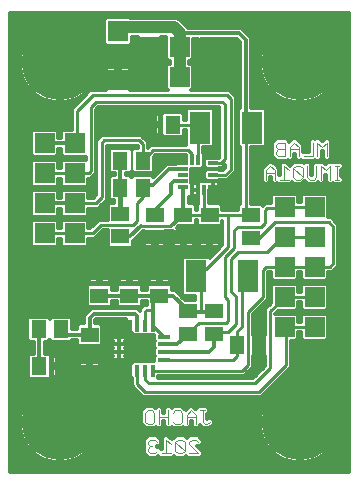
<source format=gbr>
G75*
G70*
%OFA0B0*%
%FSLAX24Y24*%
%IPPOS*%
%LPD*%
%AMOC8*
5,1,8,0,0,1.08239X$1,22.5*
%
%ADD10C,0.0040*%
%ADD11R,0.0340X0.0120*%
%ADD12R,0.0120X0.0340*%
%ADD13R,0.0394X0.0138*%
%ADD14R,0.0138X0.0394*%
%ADD15R,0.0591X0.0512*%
%ADD16R,0.0650X0.0650*%
%ADD17R,0.0512X0.0591*%
%ADD18C,0.2540*%
%ADD19R,0.0669X0.0709*%
%ADD20R,0.0709X0.1063*%
%ADD21C,0.0120*%
%ADD22C,0.0100*%
%ADD23C,0.0400*%
%ADD24C,0.0081*%
%ADD25C,0.0160*%
D10*
X005467Y003107D02*
X005467Y003414D01*
X005543Y003490D01*
X005697Y003490D01*
X005773Y003414D01*
X005773Y003107D01*
X005697Y003030D01*
X005543Y003030D01*
X005467Y003107D01*
X005927Y003030D02*
X005927Y003490D01*
X005927Y003260D02*
X006234Y003260D01*
X006387Y003107D02*
X006464Y003030D01*
X006617Y003030D01*
X006694Y003107D01*
X006694Y003414D01*
X006617Y003490D01*
X006464Y003490D01*
X006387Y003414D01*
X006234Y003490D02*
X006234Y003030D01*
X006166Y002515D02*
X006166Y002055D01*
X006319Y002055D02*
X006012Y002055D01*
X005859Y002132D02*
X005782Y002055D01*
X005629Y002055D01*
X005552Y002132D01*
X005552Y002208D01*
X005629Y002285D01*
X005705Y002285D01*
X005629Y002285D02*
X005552Y002362D01*
X005552Y002439D01*
X005629Y002515D01*
X005782Y002515D01*
X005859Y002439D01*
X006166Y002515D02*
X006319Y002362D01*
X006473Y002439D02*
X006473Y002132D01*
X006549Y002055D01*
X006703Y002055D01*
X006780Y002132D01*
X006473Y002439D01*
X006549Y002515D01*
X006703Y002515D01*
X006780Y002439D01*
X006780Y002132D01*
X006933Y002055D02*
X007240Y002055D01*
X006933Y002362D01*
X006933Y002439D01*
X007010Y002515D01*
X007163Y002515D01*
X007240Y002439D01*
X007155Y003030D02*
X007155Y003337D01*
X007001Y003490D01*
X006848Y003337D01*
X006848Y003030D01*
X006848Y003260D02*
X007155Y003260D01*
X007385Y003107D02*
X007385Y003490D01*
X007462Y003490D02*
X007308Y003490D01*
X007385Y003107D02*
X007462Y003030D01*
X007538Y003030D01*
X007615Y003107D01*
X009485Y011180D02*
X009485Y011487D01*
X009638Y011640D01*
X009792Y011487D01*
X009792Y011180D01*
X009945Y011180D02*
X010252Y011180D01*
X010098Y011180D02*
X010098Y011640D01*
X010252Y011487D01*
X010405Y011564D02*
X010405Y011257D01*
X010482Y011180D01*
X010636Y011180D01*
X010712Y011257D01*
X010405Y011564D01*
X010482Y011640D01*
X010636Y011640D01*
X010712Y011564D01*
X010712Y011257D01*
X010866Y011257D02*
X010866Y011640D01*
X011173Y011640D02*
X011173Y011257D01*
X011096Y011180D01*
X010942Y011180D01*
X010866Y011257D01*
X011326Y011180D02*
X011326Y011640D01*
X011480Y011487D01*
X011633Y011640D01*
X011633Y011180D01*
X011787Y011180D02*
X011940Y011180D01*
X011863Y011180D02*
X011863Y011640D01*
X011787Y011640D02*
X011940Y011640D01*
X011515Y011955D02*
X011515Y012415D01*
X011362Y012262D01*
X011208Y012415D01*
X011208Y011955D01*
X011055Y011955D02*
X010748Y011955D01*
X010594Y011955D02*
X010594Y012262D01*
X010441Y012415D01*
X010287Y012262D01*
X010287Y011955D01*
X010134Y011955D02*
X009904Y011955D01*
X009827Y012032D01*
X009827Y012108D01*
X009904Y012185D01*
X010134Y012185D01*
X010287Y012185D02*
X010594Y012185D01*
X011055Y012415D02*
X011055Y011955D01*
X010134Y011955D02*
X010134Y012415D01*
X009904Y012415D01*
X009827Y012339D01*
X009827Y012262D01*
X009904Y012185D01*
X009792Y011410D02*
X009485Y011410D01*
D11*
X007710Y011335D03*
X007710Y011135D03*
X007710Y010945D03*
X007710Y011535D03*
X007710Y011725D03*
X006710Y011725D03*
X006710Y011535D03*
X006710Y011335D03*
X006710Y011135D03*
X006710Y010945D03*
D12*
X007010Y010835D03*
X007210Y010835D03*
X007410Y010835D03*
X007410Y011835D03*
X007210Y011835D03*
X007010Y011835D03*
D13*
X006083Y005944D03*
X006083Y005688D03*
X006083Y005432D03*
X006083Y005176D03*
X004587Y005176D03*
X004587Y005432D03*
X004587Y005688D03*
X004587Y005944D03*
D14*
X004951Y006308D03*
X005207Y006308D03*
X005463Y006308D03*
X005719Y006308D03*
X005719Y004812D03*
X005463Y004812D03*
X005207Y004812D03*
X004951Y004812D03*
D15*
X003610Y005261D03*
X003610Y006009D03*
X003935Y007311D03*
X003935Y008059D03*
X004935Y008059D03*
X004935Y007311D03*
X005935Y007311D03*
X005935Y008059D03*
X005785Y009261D03*
X005785Y010009D03*
X006735Y010009D03*
X006735Y009261D03*
X007610Y009261D03*
X007610Y010009D03*
X008985Y009984D03*
X008985Y009236D03*
X007760Y006784D03*
X007760Y006036D03*
X006885Y006036D03*
X006885Y006784D03*
X004635Y009286D03*
X004635Y010034D03*
D16*
X003110Y010385D03*
X003110Y009385D03*
X002110Y009385D03*
X002110Y010385D03*
X002110Y011385D03*
X002110Y012385D03*
X003110Y012385D03*
X003110Y011385D03*
X005610Y014585D03*
X005610Y015585D03*
X006610Y015585D03*
X006610Y014585D03*
X007610Y014585D03*
X007610Y015585D03*
X010110Y010260D03*
X010110Y009260D03*
X010110Y008260D03*
X010110Y007260D03*
X010110Y006260D03*
X011110Y006260D03*
X011110Y007260D03*
X011110Y008260D03*
X011110Y009260D03*
X011110Y010260D03*
D17*
X009259Y005660D03*
X008511Y005660D03*
X005384Y010910D03*
X004636Y010910D03*
X004636Y011810D03*
X005384Y011810D03*
X005636Y013010D03*
X006384Y013010D03*
X002659Y006185D03*
X001911Y006185D03*
X001936Y004960D03*
X002684Y004960D03*
D18*
X002610Y003085D03*
X010610Y003085D03*
X010610Y015085D03*
X002610Y015085D03*
D19*
X004560Y014503D03*
X004560Y016117D03*
D20*
X007294Y012910D03*
X009026Y012910D03*
X008901Y007960D03*
X007169Y007960D03*
D21*
X000970Y001445D02*
X000970Y016725D01*
X012250Y016725D01*
X012250Y001445D01*
X000970Y001445D01*
X000970Y001559D02*
X012250Y001559D01*
X012250Y001678D02*
X000970Y001678D01*
X000970Y001796D02*
X002278Y001796D01*
X002286Y001793D02*
X002415Y001768D01*
X002545Y001755D01*
X002550Y001755D01*
X002550Y003025D01*
X002670Y003025D01*
X002670Y003145D01*
X003940Y003145D01*
X003940Y003150D01*
X003927Y003280D01*
X003902Y003409D01*
X003864Y003534D01*
X003814Y003654D01*
X003752Y003770D01*
X003680Y003878D01*
X003597Y003979D01*
X003504Y004072D01*
X003403Y004155D01*
X003295Y004227D01*
X003179Y004289D01*
X003059Y004339D01*
X002934Y004377D01*
X002805Y004402D01*
X002675Y004415D01*
X002670Y004415D01*
X002670Y003145D01*
X002550Y003145D01*
X002550Y004415D01*
X002545Y004415D01*
X002415Y004402D01*
X002286Y004377D01*
X002161Y004339D01*
X002041Y004289D01*
X001925Y004227D01*
X001817Y004155D01*
X001716Y004072D01*
X001623Y003979D01*
X001540Y003878D01*
X001468Y003770D01*
X001406Y003654D01*
X001356Y003534D01*
X001318Y003409D01*
X001293Y003280D01*
X001280Y003150D01*
X001280Y003145D01*
X002550Y003145D01*
X002550Y003025D01*
X001280Y003025D01*
X001280Y003020D01*
X001293Y002890D01*
X001318Y002761D01*
X001356Y002636D01*
X001406Y002516D01*
X001468Y002400D01*
X001540Y002292D01*
X001623Y002191D01*
X001716Y002098D01*
X001817Y002015D01*
X001925Y001943D01*
X002041Y001881D01*
X002161Y001831D01*
X002286Y001793D01*
X001978Y001915D02*
X000970Y001915D01*
X000970Y002033D02*
X001795Y002033D01*
X001663Y002152D02*
X000970Y002152D01*
X000970Y002270D02*
X001558Y002270D01*
X001476Y002389D02*
X000970Y002389D01*
X000970Y002507D02*
X001411Y002507D01*
X001361Y002626D02*
X000970Y002626D01*
X000970Y002744D02*
X001324Y002744D01*
X001298Y002863D02*
X000970Y002863D01*
X000970Y002981D02*
X001284Y002981D01*
X001287Y003218D02*
X000970Y003218D01*
X000970Y003100D02*
X002550Y003100D01*
X002550Y003218D02*
X002670Y003218D01*
X002670Y003100D02*
X005327Y003100D01*
X005327Y003049D02*
X005379Y002997D01*
X005409Y002967D01*
X005433Y002942D01*
X005485Y002890D01*
X005755Y002890D01*
X005812Y002947D01*
X005869Y002890D01*
X005985Y002890D01*
X006067Y002972D01*
X006067Y003120D01*
X006094Y003120D01*
X006094Y002972D01*
X006176Y002890D01*
X006292Y002890D01*
X006349Y002947D01*
X006354Y002942D01*
X006406Y002890D01*
X006675Y002890D01*
X006733Y002947D01*
X006790Y002890D01*
X006906Y002890D01*
X006988Y002972D01*
X006988Y003120D01*
X007015Y003120D01*
X007015Y002972D01*
X007097Y002890D01*
X007213Y002890D01*
X007295Y002972D01*
X007295Y002999D01*
X007297Y002997D01*
X007327Y002967D01*
X007351Y002942D01*
X007404Y002890D01*
X007596Y002890D01*
X007678Y002972D01*
X007755Y003049D01*
X007755Y003165D01*
X007673Y003247D01*
X007557Y003247D01*
X007525Y003215D01*
X007525Y003356D01*
X007602Y003432D01*
X007602Y003548D01*
X007520Y003630D01*
X007250Y003630D01*
X007168Y003548D01*
X007168Y003521D01*
X007141Y003548D01*
X007141Y003548D01*
X007059Y003630D01*
X006943Y003630D01*
X006809Y003497D01*
X006781Y003525D01*
X006757Y003548D01*
X006757Y003548D01*
X006729Y003577D01*
X006675Y003630D01*
X006406Y003630D01*
X006349Y003573D01*
X006292Y003630D01*
X006176Y003630D01*
X006094Y003548D01*
X006094Y003400D01*
X006067Y003400D01*
X006067Y003548D01*
X005985Y003630D01*
X005869Y003630D01*
X005812Y003573D01*
X005808Y003577D01*
X005755Y003630D01*
X005485Y003630D01*
X005327Y003472D01*
X005327Y003049D01*
X005394Y002981D02*
X003936Y002981D01*
X003940Y003020D02*
X003940Y003025D01*
X002670Y003025D01*
X002670Y001755D01*
X002675Y001755D01*
X002805Y001768D01*
X002934Y001793D01*
X003059Y001831D01*
X003179Y001881D01*
X003295Y001943D01*
X003403Y002015D01*
X003504Y002098D01*
X003597Y002191D01*
X003680Y002292D01*
X003752Y002400D01*
X003814Y002516D01*
X003864Y002636D01*
X003902Y002761D01*
X003927Y002890D01*
X003940Y003020D01*
X003922Y002863D02*
X009298Y002863D01*
X009293Y002890D02*
X009318Y002761D01*
X009356Y002636D01*
X009406Y002516D01*
X009468Y002400D01*
X009540Y002292D01*
X009623Y002191D01*
X009716Y002098D01*
X009817Y002015D01*
X009925Y001943D01*
X010041Y001881D01*
X010161Y001831D01*
X010286Y001793D01*
X010415Y001768D01*
X010545Y001755D01*
X010550Y001755D01*
X010550Y003025D01*
X010670Y003025D01*
X010670Y003145D01*
X011940Y003145D01*
X011940Y003150D01*
X011927Y003280D01*
X011902Y003409D01*
X011864Y003534D01*
X011814Y003654D01*
X011752Y003770D01*
X011680Y003878D01*
X011597Y003979D01*
X011504Y004072D01*
X011403Y004155D01*
X011295Y004227D01*
X011179Y004289D01*
X011059Y004339D01*
X010934Y004377D01*
X010805Y004402D01*
X010675Y004415D01*
X010670Y004415D01*
X010670Y003145D01*
X010550Y003145D01*
X010550Y004415D01*
X010545Y004415D01*
X010415Y004402D01*
X010286Y004377D01*
X010161Y004339D01*
X010041Y004289D01*
X009925Y004227D01*
X009817Y004155D01*
X009716Y004072D01*
X009623Y003979D01*
X009540Y003878D01*
X009468Y003770D01*
X009406Y003654D01*
X009356Y003534D01*
X009318Y003409D01*
X009293Y003280D01*
X009280Y003150D01*
X009280Y003145D01*
X010550Y003145D01*
X010550Y003025D01*
X009280Y003025D01*
X009280Y003020D01*
X009293Y002890D01*
X009284Y002981D02*
X007687Y002981D01*
X007755Y003100D02*
X010550Y003100D01*
X010550Y003218D02*
X010670Y003218D01*
X010670Y003100D02*
X012250Y003100D01*
X012250Y003218D02*
X011933Y003218D01*
X011916Y003337D02*
X012250Y003337D01*
X012250Y003455D02*
X011888Y003455D01*
X011847Y003574D02*
X012250Y003574D01*
X012250Y003692D02*
X011794Y003692D01*
X011725Y003811D02*
X012250Y003811D01*
X012250Y003929D02*
X011638Y003929D01*
X011528Y004048D02*
X012250Y004048D01*
X012250Y004166D02*
X011386Y004166D01*
X011187Y004285D02*
X012250Y004285D01*
X012250Y004403D02*
X010797Y004403D01*
X010670Y004403D02*
X010550Y004403D01*
X010550Y004285D02*
X010670Y004285D01*
X010670Y004166D02*
X010550Y004166D01*
X010550Y004048D02*
X010670Y004048D01*
X010670Y003929D02*
X010550Y003929D01*
X010550Y003811D02*
X010670Y003811D01*
X010670Y003692D02*
X010550Y003692D01*
X010550Y003574D02*
X010670Y003574D01*
X010670Y003455D02*
X010550Y003455D01*
X010550Y003337D02*
X010670Y003337D01*
X010670Y003025D02*
X011940Y003025D01*
X011940Y003020D01*
X011927Y002890D01*
X011902Y002761D01*
X011864Y002636D01*
X011814Y002516D01*
X011752Y002400D01*
X011680Y002292D01*
X011597Y002191D01*
X011504Y002098D01*
X011403Y002015D01*
X011295Y001943D01*
X011179Y001881D01*
X011059Y001831D01*
X010934Y001793D01*
X010805Y001768D01*
X010675Y001755D01*
X010670Y001755D01*
X010670Y003025D01*
X010670Y002981D02*
X010550Y002981D01*
X010550Y002863D02*
X010670Y002863D01*
X010670Y002744D02*
X010550Y002744D01*
X010550Y002626D02*
X010670Y002626D01*
X010670Y002507D02*
X010550Y002507D01*
X010550Y002389D02*
X010670Y002389D01*
X010670Y002270D02*
X010550Y002270D01*
X010550Y002152D02*
X010670Y002152D01*
X010670Y002033D02*
X010550Y002033D01*
X010550Y001915D02*
X010670Y001915D01*
X010670Y001796D02*
X010550Y001796D01*
X010278Y001796D02*
X002942Y001796D01*
X002670Y001796D02*
X002550Y001796D01*
X002550Y001915D02*
X002670Y001915D01*
X002670Y002033D02*
X002550Y002033D01*
X002550Y002152D02*
X002670Y002152D01*
X002670Y002270D02*
X002550Y002270D01*
X002550Y002389D02*
X002670Y002389D01*
X002670Y002507D02*
X002550Y002507D01*
X002550Y002626D02*
X002670Y002626D01*
X002670Y002744D02*
X002550Y002744D01*
X002550Y002863D02*
X002670Y002863D01*
X002670Y002981D02*
X002550Y002981D01*
X002550Y003337D02*
X002670Y003337D01*
X002670Y003455D02*
X002550Y003455D01*
X002550Y003574D02*
X002670Y003574D01*
X002670Y003692D02*
X002550Y003692D01*
X002550Y003811D02*
X002670Y003811D01*
X002670Y003929D02*
X002550Y003929D01*
X002550Y004048D02*
X002670Y004048D01*
X002670Y004166D02*
X002550Y004166D01*
X002550Y004285D02*
X002670Y004285D01*
X002670Y004403D02*
X002550Y004403D01*
X002423Y004403D02*
X000970Y004403D01*
X000970Y004285D02*
X002033Y004285D01*
X001834Y004166D02*
X000970Y004166D01*
X000970Y004048D02*
X001692Y004048D01*
X001582Y003929D02*
X000970Y003929D01*
X000970Y003811D02*
X001495Y003811D01*
X001426Y003692D02*
X000970Y003692D01*
X000970Y003574D02*
X001373Y003574D01*
X001332Y003455D02*
X000970Y003455D01*
X000970Y003337D02*
X001304Y003337D01*
X000970Y004522D02*
X005037Y004522D01*
X005037Y004547D02*
X005037Y004293D01*
X005290Y004040D01*
X005390Y003940D01*
X009330Y003940D01*
X010230Y004840D01*
X010330Y004940D01*
X010330Y005815D01*
X010485Y005815D01*
X010555Y005885D01*
X010555Y006090D01*
X010665Y006090D01*
X010665Y005885D01*
X010735Y005815D01*
X011485Y005815D01*
X011555Y005885D01*
X011555Y006635D01*
X011485Y006705D01*
X010735Y006705D01*
X010665Y006635D01*
X010665Y006430D01*
X010555Y006430D01*
X010555Y006635D01*
X010485Y006705D01*
X009805Y006705D01*
X009805Y006715D01*
X009905Y006815D01*
X010485Y006815D01*
X010555Y006885D01*
X010555Y007090D01*
X010665Y007090D01*
X010665Y006885D01*
X010735Y006815D01*
X011485Y006815D01*
X011555Y006885D01*
X011555Y007635D01*
X011485Y007705D01*
X010735Y007705D01*
X010665Y007635D01*
X010665Y007430D01*
X010555Y007430D01*
X010555Y007635D01*
X010485Y007705D01*
X009735Y007705D01*
X009665Y007635D01*
X009665Y007055D01*
X009465Y006855D01*
X009465Y006015D01*
X009319Y006015D01*
X009319Y005720D01*
X009199Y005720D01*
X009199Y006015D01*
X009055Y006015D01*
X009055Y006690D01*
X009555Y007190D01*
X009555Y008090D01*
X009665Y008090D01*
X009665Y007885D01*
X009735Y007815D01*
X010485Y007815D01*
X010555Y007885D01*
X010555Y008090D01*
X010665Y008090D01*
X010665Y007885D01*
X010735Y007815D01*
X011485Y007815D01*
X011555Y007885D01*
X011555Y008090D01*
X011680Y008090D01*
X011780Y008190D01*
X011905Y008315D01*
X011905Y009680D01*
X011805Y009780D01*
X011755Y009830D01*
X011755Y009830D01*
X011655Y009930D01*
X011555Y009930D01*
X011555Y010635D01*
X011485Y010705D01*
X010735Y010705D01*
X010665Y010635D01*
X010665Y010430D01*
X010555Y010430D01*
X010555Y010635D01*
X010485Y010705D01*
X009735Y010705D01*
X009665Y010635D01*
X009665Y010405D01*
X009465Y010405D01*
X009375Y010315D01*
X009330Y010360D01*
X008980Y010360D01*
X008980Y012259D01*
X009430Y012259D01*
X009500Y012329D01*
X009500Y013491D01*
X009430Y013561D01*
X008990Y013561D01*
X008990Y015910D01*
X008660Y016240D01*
X006882Y016240D01*
X006881Y016241D01*
X006681Y016441D01*
X006591Y016531D01*
X006474Y016580D01*
X004956Y016580D01*
X004944Y016591D01*
X004176Y016591D01*
X004105Y016521D01*
X004105Y015713D01*
X004176Y015643D01*
X004944Y015643D01*
X005015Y015713D01*
X005015Y015940D01*
X005232Y015940D01*
X005225Y015922D01*
X005225Y015613D01*
X005582Y015613D01*
X005582Y015557D01*
X005638Y015557D01*
X005638Y015613D01*
X005995Y015613D01*
X005995Y015922D01*
X005988Y015940D01*
X006165Y015940D01*
X006165Y015210D01*
X006235Y015140D01*
X006290Y015140D01*
X006290Y015030D01*
X006235Y015030D01*
X006165Y014960D01*
X006165Y014210D01*
X006220Y014155D01*
X004955Y014155D01*
X004955Y014443D01*
X004620Y014443D01*
X004620Y014563D01*
X004500Y014563D01*
X004500Y014917D01*
X004213Y014917D01*
X004191Y014908D01*
X004174Y014891D01*
X004165Y014869D01*
X004165Y014563D01*
X004500Y014563D01*
X004500Y014443D01*
X004165Y014443D01*
X004165Y014155D01*
X003640Y014155D01*
X003540Y014055D01*
X003115Y013630D01*
X003015Y013530D01*
X003015Y012830D01*
X002735Y012830D01*
X002665Y012760D01*
X002665Y012565D01*
X002555Y012565D01*
X002555Y012760D01*
X002485Y012830D01*
X001735Y012830D01*
X001665Y012760D01*
X001665Y012010D01*
X001735Y011940D01*
X002485Y011940D01*
X002555Y012010D01*
X002555Y012205D01*
X002665Y012205D01*
X002665Y012010D01*
X002735Y011940D01*
X003485Y011940D01*
X003490Y011945D01*
X003490Y011825D01*
X003485Y011830D01*
X002735Y011830D01*
X002665Y011760D01*
X002665Y011555D01*
X002555Y011555D01*
X002555Y011760D01*
X002485Y011830D01*
X001735Y011830D01*
X001665Y011760D01*
X001665Y011010D01*
X001735Y010940D01*
X002485Y010940D01*
X002555Y011010D01*
X002555Y011215D01*
X002665Y011215D01*
X002665Y011010D01*
X002735Y010940D01*
X003485Y010940D01*
X003555Y011010D01*
X003555Y011215D01*
X003655Y011215D01*
X003830Y011390D01*
X003830Y013515D01*
X003905Y013590D01*
X007940Y013590D01*
X007940Y011930D01*
X007915Y011905D01*
X007530Y011905D01*
X007530Y012017D01*
X007521Y012039D01*
X007504Y012056D01*
X007482Y012065D01*
X007410Y012065D01*
X007410Y011835D01*
X007410Y011835D01*
X007410Y012065D01*
X007380Y012065D01*
X007380Y012259D01*
X007698Y012259D01*
X007768Y012329D01*
X007768Y013491D01*
X007698Y013561D01*
X006890Y013561D01*
X006820Y013491D01*
X006820Y013180D01*
X006760Y013180D01*
X006760Y013355D01*
X006690Y013425D01*
X006078Y013425D01*
X006008Y013355D01*
X006008Y012665D01*
X006078Y012595D01*
X006690Y012595D01*
X006760Y012665D01*
X006760Y012840D01*
X006820Y012840D01*
X006820Y012330D01*
X005664Y012330D01*
X005559Y012225D01*
X005554Y012225D01*
X005554Y012431D01*
X005430Y012555D01*
X005330Y012655D01*
X004015Y012655D01*
X003840Y012480D01*
X003840Y010655D01*
X003740Y010555D01*
X003555Y010555D01*
X003555Y010760D01*
X003485Y010830D01*
X002735Y010830D01*
X002665Y010760D01*
X002665Y010565D01*
X002555Y010565D01*
X002555Y010760D01*
X002485Y010830D01*
X001735Y010830D01*
X001665Y010760D01*
X001665Y010010D01*
X001735Y009940D01*
X002485Y009940D01*
X002555Y010010D01*
X002555Y010205D01*
X002665Y010205D01*
X002665Y010010D01*
X002735Y009940D01*
X003485Y009940D01*
X003555Y010010D01*
X003555Y010215D01*
X003880Y010215D01*
X003980Y010315D01*
X004180Y010515D01*
X004180Y012315D01*
X005190Y012315D01*
X005214Y012291D01*
X005214Y012225D01*
X005078Y012225D01*
X005010Y012157D01*
X004942Y012225D01*
X004330Y012225D01*
X004260Y012155D01*
X004260Y011465D01*
X004330Y011395D01*
X004456Y011395D01*
X004456Y011325D01*
X004330Y011325D01*
X004260Y011255D01*
X004260Y010565D01*
X004180Y010565D01*
X004260Y010565D02*
X004330Y010495D01*
X004436Y010495D01*
X004436Y010410D01*
X004290Y010410D01*
X004220Y010340D01*
X004220Y009830D01*
X003915Y009830D01*
X003640Y009555D01*
X003555Y009555D01*
X003555Y009760D01*
X003485Y009830D01*
X002735Y009830D01*
X002665Y009760D01*
X002665Y009555D01*
X002555Y009555D01*
X002555Y009760D01*
X002485Y009830D01*
X001735Y009830D01*
X001665Y009760D01*
X001665Y009010D01*
X001735Y008940D01*
X002485Y008940D01*
X002555Y009010D01*
X002555Y009215D01*
X002665Y009215D01*
X002665Y009010D01*
X002735Y008940D01*
X003485Y008940D01*
X003555Y009010D01*
X003555Y009215D01*
X003780Y009215D01*
X004055Y009490D01*
X004220Y009490D01*
X004220Y008980D01*
X004290Y008910D01*
X004980Y008910D01*
X005050Y008980D01*
X005050Y009121D01*
X005395Y009465D01*
X005430Y009465D01*
X005430Y009321D01*
X005725Y009321D01*
X005725Y009201D01*
X005430Y009201D01*
X005430Y008993D01*
X005439Y008971D01*
X005456Y008954D01*
X005478Y008945D01*
X005725Y008945D01*
X005725Y009201D01*
X005845Y009201D01*
X005845Y009321D01*
X006140Y009321D01*
X006140Y009465D01*
X006250Y009465D01*
X006260Y009455D01*
X006380Y009455D01*
X006380Y009321D01*
X006675Y009321D01*
X006675Y009577D01*
X006531Y009577D01*
X006588Y009633D01*
X007080Y009633D01*
X007150Y009703D01*
X007150Y009840D01*
X007195Y009840D01*
X007195Y009703D01*
X007265Y009633D01*
X007955Y009633D01*
X008025Y009703D01*
X008025Y009815D01*
X008040Y009815D01*
X008040Y009005D01*
X007609Y008575D01*
X007573Y008611D01*
X006765Y008611D01*
X006695Y008541D01*
X006695Y007379D01*
X006765Y007309D01*
X007140Y007309D01*
X007140Y007160D01*
X006790Y007160D01*
X006459Y007491D01*
X006350Y007491D01*
X006350Y007617D01*
X006280Y007687D01*
X005590Y007687D01*
X005520Y007617D01*
X005520Y007491D01*
X005350Y007491D01*
X005350Y007617D01*
X005280Y007687D01*
X004590Y007687D01*
X004520Y007617D01*
X004520Y007491D01*
X004350Y007491D01*
X004350Y007617D01*
X004280Y007687D01*
X003590Y007687D01*
X003520Y007617D01*
X003520Y007005D01*
X003590Y006935D01*
X004280Y006935D01*
X004350Y007005D01*
X004350Y007131D01*
X004520Y007131D01*
X004520Y007005D01*
X004590Y006935D01*
X005280Y006935D01*
X005350Y007005D01*
X005350Y007131D01*
X005520Y007131D01*
X005520Y007005D01*
X005440Y007005D01*
X005340Y006905D01*
X005290Y006855D01*
X005290Y006810D01*
X005210Y006890D01*
X003685Y006890D01*
X003580Y006785D01*
X003580Y006785D01*
X003535Y006740D01*
X003430Y006635D01*
X003430Y006385D01*
X003265Y006385D01*
X003195Y006315D01*
X003195Y006189D01*
X003035Y006189D01*
X003035Y006530D01*
X002965Y006600D01*
X002353Y006600D01*
X002285Y006532D01*
X002217Y006600D01*
X001605Y006600D01*
X001535Y006530D01*
X001535Y005840D01*
X001605Y005770D01*
X001756Y005770D01*
X001756Y005375D01*
X001630Y005375D01*
X001560Y005305D01*
X001560Y004615D01*
X001630Y004545D01*
X002242Y004545D01*
X002312Y004615D01*
X002312Y005305D01*
X002242Y005375D01*
X002116Y005375D01*
X002116Y005770D01*
X002217Y005770D01*
X002285Y005838D01*
X002353Y005770D01*
X002965Y005770D01*
X003024Y005829D01*
X003195Y005829D01*
X003195Y005703D01*
X003265Y005633D01*
X003955Y005633D01*
X004025Y005703D01*
X004025Y006315D01*
X003955Y006385D01*
X003790Y006385D01*
X003790Y006485D01*
X003835Y006530D01*
X004828Y006530D01*
X004822Y006517D01*
X004822Y006308D01*
X004822Y006099D01*
X004831Y006077D01*
X004848Y006060D01*
X004870Y006051D01*
X004951Y006051D01*
X004951Y006308D01*
X004822Y006308D01*
X004951Y006308D01*
X004951Y006308D01*
X004951Y006308D01*
X004951Y006051D01*
X005028Y006051D01*
X005088Y005991D01*
X005326Y005991D01*
X005335Y006001D01*
X005344Y005991D01*
X005582Y005991D01*
X005591Y006001D01*
X005600Y005991D01*
X005766Y005991D01*
X005766Y005825D01*
X005776Y005816D01*
X005766Y005807D01*
X005766Y005569D01*
X005776Y005560D01*
X005766Y005551D01*
X005766Y005313D01*
X005776Y005304D01*
X005766Y005295D01*
X005766Y005129D01*
X005600Y005129D01*
X005591Y005119D01*
X005582Y005129D01*
X005344Y005129D01*
X005335Y005119D01*
X005326Y005129D01*
X005088Y005129D01*
X005028Y005069D01*
X004951Y005069D01*
X004870Y005069D01*
X004848Y005060D01*
X004831Y005043D01*
X004822Y005021D01*
X004822Y004812D01*
X004951Y004812D01*
X004951Y004812D01*
X004822Y004812D01*
X004822Y004603D01*
X004831Y004581D01*
X004848Y004564D01*
X004870Y004555D01*
X004951Y004555D01*
X004951Y004812D01*
X004951Y005069D01*
X004951Y004812D01*
X004951Y004812D01*
X004951Y004812D01*
X004951Y004555D01*
X005028Y004555D01*
X005037Y004547D01*
X004951Y004640D02*
X004951Y004640D01*
X004951Y004759D02*
X004951Y004759D01*
X004951Y004877D02*
X004951Y004877D01*
X004951Y004996D02*
X004951Y004996D01*
X004822Y004996D02*
X003965Y004996D01*
X003965Y004993D02*
X003965Y005201D01*
X003670Y005201D01*
X003670Y005321D01*
X003550Y005321D01*
X003550Y005577D01*
X003303Y005577D01*
X003281Y005568D01*
X003264Y005551D01*
X003255Y005529D01*
X003255Y005321D01*
X003550Y005321D01*
X003550Y005201D01*
X003255Y005201D01*
X003255Y004993D01*
X003264Y004971D01*
X003281Y004954D01*
X003303Y004945D01*
X003550Y004945D01*
X003550Y005201D01*
X003670Y005201D01*
X003670Y004945D01*
X003917Y004945D01*
X003939Y004954D01*
X003956Y004971D01*
X003965Y004993D01*
X003965Y005114D02*
X004330Y005114D01*
X004330Y005095D02*
X004339Y005073D01*
X004356Y005056D01*
X004378Y005047D01*
X004587Y005047D01*
X004796Y005047D01*
X004818Y005056D01*
X004835Y005073D01*
X004844Y005095D01*
X004844Y005176D01*
X004587Y005176D01*
X004587Y005047D01*
X004587Y005176D01*
X004587Y005176D01*
X004587Y005176D01*
X004330Y005176D01*
X004330Y005095D01*
X004330Y005176D02*
X004587Y005176D01*
X004587Y005176D01*
X004844Y005176D01*
X004844Y005257D01*
X004835Y005279D01*
X004818Y005296D01*
X004798Y005304D01*
X004818Y005312D01*
X004835Y005329D01*
X004844Y005351D01*
X005766Y005351D01*
X005766Y005233D02*
X004844Y005233D01*
X004844Y005351D02*
X004844Y005432D01*
X004587Y005432D01*
X004587Y005303D01*
X004587Y005176D01*
X004587Y005176D01*
X004587Y005432D01*
X004587Y005432D01*
X004587Y005432D01*
X004844Y005432D01*
X004844Y005513D01*
X004835Y005535D01*
X004818Y005552D01*
X004798Y005560D01*
X004818Y005568D01*
X004835Y005585D01*
X004844Y005607D01*
X004844Y005688D01*
X004844Y005769D01*
X004835Y005791D01*
X004818Y005808D01*
X004798Y005816D01*
X004818Y005824D01*
X004835Y005841D01*
X004844Y005863D01*
X004844Y005944D01*
X004844Y006025D01*
X004835Y006047D01*
X004818Y006064D01*
X004796Y006073D01*
X004587Y006073D01*
X004378Y006073D01*
X004356Y006064D01*
X004339Y006047D01*
X004330Y006025D01*
X004330Y005944D01*
X004587Y005944D01*
X004587Y005944D01*
X004587Y006073D01*
X004587Y005944D01*
X004844Y005944D01*
X004587Y005944D01*
X004587Y005944D01*
X004587Y005944D01*
X004330Y005944D01*
X004330Y005863D01*
X004339Y005841D01*
X004356Y005824D01*
X004376Y005816D01*
X004356Y005808D01*
X004339Y005791D01*
X004330Y005769D01*
X004330Y005688D01*
X004587Y005688D01*
X004587Y005688D01*
X004587Y005817D01*
X004587Y005944D01*
X004587Y005944D01*
X004587Y005688D01*
X004844Y005688D01*
X004587Y005688D01*
X004587Y005688D01*
X004587Y005688D01*
X004587Y005559D01*
X004587Y005432D01*
X004330Y005432D01*
X004330Y005351D01*
X003965Y005351D01*
X003965Y005321D02*
X003965Y005529D01*
X003956Y005551D01*
X003939Y005568D01*
X003917Y005577D01*
X003670Y005577D01*
X003670Y005321D01*
X003965Y005321D01*
X003965Y005470D02*
X004330Y005470D01*
X004330Y005432D02*
X004587Y005432D01*
X004587Y005432D01*
X004587Y005432D01*
X004587Y005688D01*
X004587Y005688D01*
X004330Y005688D01*
X004330Y005607D01*
X004339Y005585D01*
X004356Y005568D01*
X004376Y005560D01*
X004356Y005552D01*
X004339Y005535D01*
X004330Y005513D01*
X004330Y005432D01*
X004330Y005351D02*
X004339Y005329D01*
X004356Y005312D01*
X004376Y005304D01*
X004356Y005296D01*
X004339Y005279D01*
X004330Y005257D01*
X004330Y005176D01*
X004330Y005233D02*
X003670Y005233D01*
X003670Y005351D02*
X003550Y005351D01*
X003550Y005233D02*
X003000Y005233D01*
X003000Y005267D02*
X002991Y005289D01*
X002974Y005306D01*
X002952Y005315D01*
X002744Y005315D01*
X002744Y005020D01*
X002624Y005020D01*
X002624Y004900D01*
X002368Y004900D01*
X002368Y004653D01*
X002377Y004631D01*
X002394Y004614D01*
X002416Y004605D01*
X002624Y004605D01*
X002624Y004900D01*
X002744Y004900D01*
X002744Y004605D01*
X002952Y004605D01*
X002974Y004614D01*
X002991Y004631D01*
X003000Y004653D01*
X003000Y004900D01*
X002744Y004900D01*
X002744Y005020D01*
X003000Y005020D01*
X003000Y005267D01*
X003000Y005114D02*
X003255Y005114D01*
X003255Y004996D02*
X002744Y004996D01*
X002744Y005114D02*
X002624Y005114D01*
X002624Y005020D02*
X002624Y005315D01*
X002416Y005315D01*
X002394Y005306D01*
X002377Y005289D01*
X002368Y005267D01*
X002368Y005020D01*
X002624Y005020D01*
X002624Y004996D02*
X002312Y004996D01*
X002312Y005114D02*
X002368Y005114D01*
X002368Y005233D02*
X002312Y005233D01*
X002266Y005351D02*
X003255Y005351D01*
X003255Y005470D02*
X002116Y005470D01*
X002116Y005588D02*
X004338Y005588D01*
X004330Y005707D02*
X004025Y005707D01*
X004025Y005825D02*
X004355Y005825D01*
X004330Y005944D02*
X004025Y005944D01*
X004025Y006062D02*
X004355Y006062D01*
X004587Y006062D02*
X004587Y006062D01*
X004587Y005944D02*
X004587Y005944D01*
X004587Y005825D02*
X004587Y005825D01*
X004587Y005707D02*
X004587Y005707D01*
X004587Y005588D02*
X004587Y005588D01*
X004587Y005470D02*
X004587Y005470D01*
X004587Y005351D02*
X004587Y005351D01*
X004587Y005233D02*
X004587Y005233D01*
X004587Y005114D02*
X004587Y005114D01*
X004844Y005114D02*
X005074Y005114D01*
X004822Y004877D02*
X003000Y004877D01*
X003000Y004759D02*
X004822Y004759D01*
X004822Y004640D02*
X002995Y004640D01*
X002744Y004640D02*
X002624Y004640D01*
X002624Y004759D02*
X002744Y004759D01*
X002744Y004877D02*
X002624Y004877D01*
X002368Y004877D02*
X002312Y004877D01*
X002312Y004759D02*
X002368Y004759D01*
X002373Y004640D02*
X002312Y004640D01*
X002797Y004403D02*
X005037Y004403D01*
X005045Y004285D02*
X003187Y004285D01*
X003386Y004166D02*
X005164Y004166D01*
X005282Y004048D02*
X003528Y004048D01*
X003638Y003929D02*
X009582Y003929D01*
X009495Y003811D02*
X003725Y003811D01*
X003794Y003692D02*
X009426Y003692D01*
X009373Y003574D02*
X007576Y003574D01*
X007602Y003455D02*
X009332Y003455D01*
X009304Y003337D02*
X007525Y003337D01*
X007525Y003218D02*
X007528Y003218D01*
X007702Y003218D02*
X009287Y003218D01*
X009324Y002744D02*
X003896Y002744D01*
X003859Y002626D02*
X005541Y002626D01*
X005571Y002655D02*
X005494Y002579D01*
X005412Y002497D01*
X005412Y002304D01*
X005431Y002285D01*
X005412Y002266D01*
X005412Y002074D01*
X005466Y002020D01*
X005494Y001992D01*
X005517Y001969D01*
X005571Y001915D01*
X005840Y001915D01*
X005897Y001972D01*
X005954Y001915D01*
X006377Y001915D01*
X006434Y001972D01*
X006438Y001969D01*
X006491Y001915D01*
X006761Y001915D01*
X006818Y001972D01*
X006875Y001915D01*
X007298Y001915D01*
X007380Y001997D01*
X007380Y002113D01*
X007194Y002299D01*
X007298Y002299D01*
X007380Y002381D01*
X007380Y002497D01*
X007303Y002573D01*
X007303Y002573D01*
X007275Y002602D01*
X007221Y002655D01*
X006952Y002655D01*
X006870Y002573D01*
X006856Y002560D01*
X006843Y002573D01*
X006813Y002603D01*
X006761Y002655D01*
X006491Y002655D01*
X006415Y002579D01*
X006358Y002522D01*
X006306Y002573D01*
X006306Y002573D01*
X006224Y002655D01*
X006108Y002655D01*
X006026Y002573D01*
X006026Y002195D01*
X005994Y002195D01*
X005917Y002272D01*
X005845Y002272D01*
X005845Y002299D01*
X005917Y002299D01*
X005999Y002381D01*
X005999Y002497D01*
X005922Y002573D01*
X005922Y002573D01*
X005892Y002603D01*
X005840Y002655D01*
X005571Y002655D01*
X005422Y002507D02*
X003809Y002507D01*
X003744Y002389D02*
X005412Y002389D01*
X005415Y002270D02*
X003662Y002270D01*
X003557Y002152D02*
X005412Y002152D01*
X005453Y002033D02*
X003425Y002033D01*
X003242Y001915D02*
X009978Y001915D01*
X009795Y002033D02*
X007380Y002033D01*
X007341Y002152D02*
X009663Y002152D01*
X009558Y002270D02*
X007223Y002270D01*
X007380Y002389D02*
X009476Y002389D01*
X009411Y002507D02*
X007370Y002507D01*
X007251Y002626D02*
X009361Y002626D01*
X009438Y004048D02*
X009692Y004048D01*
X009556Y004166D02*
X009834Y004166D01*
X009675Y004285D02*
X010033Y004285D01*
X009912Y004522D02*
X012250Y004522D01*
X012250Y004640D02*
X010030Y004640D01*
X010149Y004759D02*
X012250Y004759D01*
X012250Y004877D02*
X010267Y004877D01*
X010330Y004996D02*
X012250Y004996D01*
X012250Y005114D02*
X010330Y005114D01*
X010330Y005233D02*
X012250Y005233D01*
X012250Y005351D02*
X010330Y005351D01*
X010330Y005470D02*
X012250Y005470D01*
X012250Y005588D02*
X010330Y005588D01*
X010330Y005707D02*
X012250Y005707D01*
X012250Y005825D02*
X011495Y005825D01*
X011555Y005944D02*
X012250Y005944D01*
X012250Y006062D02*
X011555Y006062D01*
X011555Y006181D02*
X012250Y006181D01*
X012250Y006299D02*
X011555Y006299D01*
X011555Y006418D02*
X012250Y006418D01*
X012250Y006536D02*
X011555Y006536D01*
X011535Y006655D02*
X012250Y006655D01*
X012250Y006773D02*
X009863Y006773D01*
X009620Y007010D02*
X009375Y007010D01*
X009257Y006892D02*
X009501Y006892D01*
X009465Y006773D02*
X009138Y006773D01*
X009055Y006655D02*
X009465Y006655D01*
X009465Y006536D02*
X009055Y006536D01*
X009055Y006418D02*
X009465Y006418D01*
X009465Y006299D02*
X009055Y006299D01*
X009055Y006181D02*
X009465Y006181D01*
X009465Y006062D02*
X009055Y006062D01*
X009199Y005944D02*
X009319Y005944D01*
X009319Y005825D02*
X009199Y005825D01*
X009199Y005600D02*
X009319Y005600D01*
X009319Y005305D01*
X009465Y005305D01*
X009465Y004955D01*
X009065Y004555D01*
X005897Y004555D01*
X005908Y004565D01*
X005908Y004642D01*
X008757Y004642D01*
X008955Y004840D01*
X009055Y004940D01*
X009055Y005305D01*
X009199Y005305D01*
X009199Y005600D01*
X009199Y005588D02*
X009319Y005588D01*
X009319Y005470D02*
X009199Y005470D01*
X009199Y005351D02*
X009319Y005351D01*
X009465Y005233D02*
X009055Y005233D01*
X009055Y005114D02*
X009465Y005114D01*
X009465Y004996D02*
X009055Y004996D01*
X008992Y004877D02*
X009387Y004877D01*
X009268Y004759D02*
X008874Y004759D01*
X009150Y004640D02*
X005908Y004640D01*
X006083Y005432D02*
X007607Y005432D01*
X007760Y005585D01*
X007760Y006036D01*
X007785Y006760D02*
X007335Y006760D01*
X006860Y006760D01*
X006885Y006785D01*
X006886Y006785D01*
X006885Y006784D01*
X006886Y006785D02*
X006910Y006785D01*
X006384Y007311D01*
X005935Y007311D01*
X004935Y007311D01*
X003935Y007311D01*
X003875Y007743D02*
X003628Y007743D01*
X003606Y007752D01*
X003589Y007769D01*
X003580Y007791D01*
X003580Y007999D01*
X003875Y007999D01*
X003995Y007999D01*
X003995Y007743D01*
X004242Y007743D01*
X004264Y007752D01*
X004281Y007769D01*
X004290Y007791D01*
X004290Y007999D01*
X003995Y007999D01*
X003995Y008119D01*
X004290Y008119D01*
X004290Y008327D01*
X004281Y008349D01*
X004264Y008366D01*
X004242Y008375D01*
X003995Y008375D01*
X003995Y008119D01*
X003875Y008119D01*
X003875Y007999D01*
X003875Y007743D01*
X003875Y007840D02*
X003995Y007840D01*
X003995Y007958D02*
X003875Y007958D01*
X003935Y008059D02*
X004935Y008059D01*
X005935Y008059D01*
X005995Y008077D02*
X006695Y008077D01*
X006695Y008195D02*
X006290Y008195D01*
X006290Y008119D02*
X006290Y008327D01*
X006281Y008349D01*
X006264Y008366D01*
X006242Y008375D01*
X005995Y008375D01*
X005995Y008119D01*
X006290Y008119D01*
X006290Y007999D02*
X005995Y007999D01*
X005995Y007743D01*
X006242Y007743D01*
X006264Y007752D01*
X006281Y007769D01*
X006290Y007791D01*
X006290Y007999D01*
X006290Y007958D02*
X006695Y007958D01*
X006695Y007840D02*
X006290Y007840D01*
X006350Y007603D02*
X006695Y007603D01*
X006695Y007721D02*
X000970Y007721D01*
X000970Y007603D02*
X003520Y007603D01*
X003520Y007484D02*
X000970Y007484D01*
X000970Y007366D02*
X003520Y007366D01*
X003520Y007247D02*
X000970Y007247D01*
X000970Y007129D02*
X003520Y007129D01*
X003520Y007010D02*
X000970Y007010D01*
X000970Y006892D02*
X005326Y006892D01*
X005350Y007010D02*
X005520Y007010D01*
X005520Y007005D02*
X005520Y007005D01*
X005520Y007129D02*
X005350Y007129D01*
X005719Y007095D02*
X005719Y006835D01*
X005719Y006308D01*
X006083Y005944D01*
X006083Y005688D02*
X006537Y005688D01*
X006885Y006036D01*
X006961Y006036D01*
X007140Y007247D02*
X006703Y007247D01*
X006708Y007366D02*
X006584Y007366D01*
X006695Y007484D02*
X006466Y007484D01*
X005935Y007311D02*
X005719Y007095D01*
X005520Y007603D02*
X005350Y007603D01*
X005264Y007752D02*
X005281Y007769D01*
X005290Y007791D01*
X005290Y007999D01*
X004995Y007999D01*
X004995Y007743D01*
X005242Y007743D01*
X005264Y007752D01*
X005290Y007840D02*
X005580Y007840D01*
X005580Y007791D02*
X005580Y007999D01*
X005875Y007999D01*
X005995Y007999D01*
X005995Y008119D01*
X005875Y008119D01*
X005875Y007999D01*
X005875Y007743D01*
X005628Y007743D01*
X005606Y007752D01*
X005589Y007769D01*
X005580Y007791D01*
X005580Y007958D02*
X005290Y007958D01*
X005290Y008119D02*
X004995Y008119D01*
X004995Y007999D01*
X004875Y007999D01*
X004875Y007743D01*
X004628Y007743D01*
X004606Y007752D01*
X004589Y007769D01*
X004580Y007791D01*
X004580Y007999D01*
X004875Y007999D01*
X004875Y008119D01*
X004580Y008119D01*
X004580Y008327D01*
X004589Y008349D01*
X004606Y008366D01*
X004628Y008375D01*
X004875Y008375D01*
X004875Y008119D01*
X004995Y008119D01*
X004995Y008375D01*
X005242Y008375D01*
X005264Y008366D01*
X005281Y008349D01*
X005290Y008327D01*
X005290Y008119D01*
X005290Y008195D02*
X005580Y008195D01*
X005580Y008119D02*
X005580Y008327D01*
X005589Y008349D01*
X005606Y008366D01*
X005628Y008375D01*
X005875Y008375D01*
X005875Y008119D01*
X005580Y008119D01*
X005580Y008314D02*
X005290Y008314D01*
X004995Y008314D02*
X004875Y008314D01*
X004875Y008195D02*
X004995Y008195D01*
X004995Y008077D02*
X005875Y008077D01*
X005875Y008195D02*
X005995Y008195D01*
X005995Y008314D02*
X005875Y008314D01*
X005875Y007958D02*
X005995Y007958D01*
X005995Y007840D02*
X005875Y007840D01*
X006290Y008314D02*
X006695Y008314D01*
X006695Y008432D02*
X000970Y008432D01*
X000970Y008314D02*
X003580Y008314D01*
X003580Y008327D02*
X003580Y008119D01*
X003875Y008119D01*
X003875Y008375D01*
X003628Y008375D01*
X003606Y008366D01*
X003589Y008349D01*
X003580Y008327D01*
X003580Y008195D02*
X000970Y008195D01*
X000970Y008077D02*
X003875Y008077D01*
X003875Y008195D02*
X003995Y008195D01*
X003995Y008077D02*
X004875Y008077D01*
X004875Y007958D02*
X004995Y007958D01*
X004995Y007840D02*
X004875Y007840D01*
X004580Y007840D02*
X004290Y007840D01*
X004290Y007958D02*
X004580Y007958D01*
X004580Y008195D02*
X004290Y008195D01*
X004290Y008314D02*
X004580Y008314D01*
X003995Y008314D02*
X003875Y008314D01*
X003580Y007958D02*
X000970Y007958D01*
X000970Y007840D02*
X003580Y007840D01*
X004350Y007603D02*
X004520Y007603D01*
X004520Y007129D02*
X004350Y007129D01*
X004350Y007010D02*
X004520Y007010D01*
X004822Y006418D02*
X003790Y006418D01*
X003610Y006560D02*
X003610Y006009D01*
X002835Y006009D01*
X002659Y006185D01*
X003035Y006299D02*
X003195Y006299D01*
X003035Y006418D02*
X003430Y006418D01*
X003430Y006536D02*
X003029Y006536D01*
X003450Y006655D02*
X000970Y006655D01*
X000970Y006773D02*
X003568Y006773D01*
X003535Y006740D02*
X003535Y006740D01*
X003610Y006560D02*
X003760Y006710D01*
X005135Y006710D01*
X005207Y006638D01*
X005207Y006308D01*
X004951Y006299D02*
X004951Y006299D01*
X004951Y006181D02*
X004951Y006181D01*
X004951Y006062D02*
X004951Y006062D01*
X004847Y006062D02*
X004819Y006062D01*
X004822Y006181D02*
X004025Y006181D01*
X004025Y006299D02*
X004822Y006299D01*
X004844Y005944D02*
X005766Y005944D01*
X005766Y005825D02*
X004819Y005825D01*
X004844Y005707D02*
X005766Y005707D01*
X005766Y005588D02*
X004836Y005588D01*
X004844Y005470D02*
X005766Y005470D01*
X005812Y003574D02*
X005812Y003574D01*
X006042Y003574D02*
X006119Y003574D01*
X006094Y003455D02*
X006067Y003455D01*
X006349Y003574D02*
X006349Y003574D01*
X006094Y003100D02*
X006067Y003100D01*
X006067Y002981D02*
X006094Y002981D01*
X006078Y002626D02*
X005870Y002626D01*
X005988Y002507D02*
X006026Y002507D01*
X006026Y002389D02*
X005999Y002389D01*
X006026Y002270D02*
X005919Y002270D01*
X006254Y002626D02*
X006462Y002626D01*
X006791Y002626D02*
X006922Y002626D01*
X006843Y002573D02*
X006843Y002573D01*
X006988Y002981D02*
X007015Y002981D01*
X007015Y003100D02*
X006988Y003100D01*
X007295Y002981D02*
X007313Y002981D01*
X007327Y002967D02*
X007327Y002967D01*
X007193Y003574D02*
X007116Y003574D01*
X006886Y003574D02*
X006732Y003574D01*
X005494Y001992D02*
X005494Y001992D01*
X005409Y002967D02*
X005409Y002967D01*
X005327Y003218D02*
X003933Y003218D01*
X003916Y003337D02*
X005327Y003337D01*
X005327Y003455D02*
X003888Y003455D01*
X003847Y003574D02*
X005428Y003574D01*
X003670Y004996D02*
X003550Y004996D01*
X003550Y005114D02*
X003670Y005114D01*
X003670Y005470D02*
X003550Y005470D01*
X003195Y005707D02*
X002116Y005707D01*
X002272Y005825D02*
X002298Y005825D01*
X002624Y005233D02*
X002744Y005233D01*
X003020Y005825D02*
X003195Y005825D01*
X002289Y006536D02*
X002281Y006536D01*
X001936Y006160D02*
X001911Y006185D01*
X001936Y006160D02*
X001936Y004960D01*
X001560Y004996D02*
X000970Y004996D01*
X000970Y005114D02*
X001560Y005114D01*
X001560Y005233D02*
X000970Y005233D01*
X000970Y005351D02*
X001606Y005351D01*
X001756Y005470D02*
X000970Y005470D01*
X000970Y005588D02*
X001756Y005588D01*
X001756Y005707D02*
X000970Y005707D01*
X000970Y005825D02*
X001550Y005825D01*
X001535Y005944D02*
X000970Y005944D01*
X000970Y006062D02*
X001535Y006062D01*
X001535Y006181D02*
X000970Y006181D01*
X000970Y006299D02*
X001535Y006299D01*
X001535Y006418D02*
X000970Y006418D01*
X000970Y006536D02*
X001541Y006536D01*
X001560Y004877D02*
X000970Y004877D01*
X000970Y004759D02*
X001560Y004759D01*
X001560Y004640D02*
X000970Y004640D01*
X000970Y008551D02*
X006704Y008551D01*
X006675Y008945D02*
X006428Y008945D01*
X006406Y008954D01*
X006389Y008971D01*
X006380Y008993D01*
X006380Y009201D01*
X006675Y009201D01*
X006675Y009321D01*
X006795Y009321D01*
X006795Y009577D01*
X007042Y009577D01*
X007064Y009568D01*
X007081Y009551D01*
X007090Y009529D01*
X007090Y009321D01*
X006795Y009321D01*
X006795Y009201D01*
X007090Y009201D01*
X007090Y008993D01*
X007081Y008971D01*
X007064Y008954D01*
X007042Y008945D01*
X006795Y008945D01*
X006795Y009201D01*
X006675Y009201D01*
X006675Y008945D01*
X006675Y009025D02*
X006795Y009025D01*
X006795Y009143D02*
X006675Y009143D01*
X006675Y009262D02*
X005845Y009262D01*
X005845Y009201D02*
X006140Y009201D01*
X006140Y008993D01*
X006131Y008971D01*
X006114Y008954D01*
X006092Y008945D01*
X005845Y008945D01*
X005845Y009201D01*
X005845Y009143D02*
X005725Y009143D01*
X005725Y009025D02*
X005845Y009025D01*
X005725Y009262D02*
X005191Y009262D01*
X005310Y009380D02*
X005430Y009380D01*
X005430Y009143D02*
X005073Y009143D01*
X005050Y009025D02*
X005430Y009025D01*
X004961Y009286D02*
X005310Y009635D01*
X004961Y009286D02*
X004635Y009286D01*
X004220Y009262D02*
X003827Y009262D01*
X003945Y009380D02*
X004220Y009380D01*
X004220Y009143D02*
X003555Y009143D01*
X003555Y009025D02*
X004220Y009025D01*
X003702Y009617D02*
X003555Y009617D01*
X003555Y009736D02*
X003820Y009736D01*
X003517Y009973D02*
X004220Y009973D01*
X004220Y010091D02*
X003555Y010091D01*
X003555Y010210D02*
X004220Y010210D01*
X004220Y010328D02*
X003993Y010328D01*
X004112Y010447D02*
X004436Y010447D01*
X004260Y010684D02*
X004180Y010684D01*
X004180Y010802D02*
X004260Y010802D01*
X004260Y010921D02*
X004180Y010921D01*
X004180Y011039D02*
X004260Y011039D01*
X004260Y011158D02*
X004180Y011158D01*
X004180Y011276D02*
X004281Y011276D01*
X004180Y011395D02*
X004456Y011395D01*
X004260Y011513D02*
X004180Y011513D01*
X004180Y011632D02*
X004260Y011632D01*
X004260Y011750D02*
X004180Y011750D01*
X004180Y011869D02*
X004260Y011869D01*
X004260Y011987D02*
X004180Y011987D01*
X004180Y012106D02*
X004260Y012106D01*
X004329Y012224D02*
X004180Y012224D01*
X003939Y012580D02*
X003830Y012580D01*
X003830Y012698D02*
X005322Y012698D01*
X005320Y012703D02*
X005329Y012681D01*
X005346Y012664D01*
X005368Y012655D01*
X005576Y012655D01*
X005576Y012950D01*
X005696Y012950D01*
X005696Y013070D01*
X005952Y013070D01*
X005952Y013317D01*
X005943Y013339D01*
X005926Y013356D01*
X005904Y013365D01*
X005696Y013365D01*
X005696Y013070D01*
X005576Y013070D01*
X005576Y013365D01*
X005368Y013365D01*
X005346Y013356D01*
X005329Y013339D01*
X005320Y013317D01*
X005320Y013070D01*
X005576Y013070D01*
X005576Y012950D01*
X005320Y012950D01*
X005320Y012703D01*
X005320Y012817D02*
X003830Y012817D01*
X003830Y012935D02*
X005320Y012935D01*
X005320Y013172D02*
X003830Y013172D01*
X003830Y013054D02*
X005576Y013054D01*
X005576Y013172D02*
X005696Y013172D01*
X005696Y013054D02*
X006008Y013054D01*
X006008Y013172D02*
X005952Y013172D01*
X005952Y013291D02*
X006008Y013291D01*
X006062Y013409D02*
X003830Y013409D01*
X003830Y013291D02*
X005320Y013291D01*
X005576Y013291D02*
X005696Y013291D01*
X005696Y012950D02*
X005952Y012950D01*
X005952Y012703D01*
X005943Y012681D01*
X005926Y012664D01*
X005904Y012655D01*
X005696Y012655D01*
X005696Y012950D01*
X005696Y012935D02*
X005576Y012935D01*
X005576Y012817D02*
X005696Y012817D01*
X005696Y012698D02*
X005576Y012698D01*
X005406Y012580D02*
X006820Y012580D01*
X006820Y012698D02*
X006760Y012698D01*
X006760Y012817D02*
X006820Y012817D01*
X006820Y012461D02*
X005524Y012461D01*
X005554Y012343D02*
X006820Y012343D01*
X006815Y011990D02*
X006830Y011975D01*
X006830Y011845D01*
X006710Y011845D01*
X006710Y011725D01*
X005975Y011725D01*
X005860Y011610D01*
X005860Y011485D01*
X005735Y011360D01*
X005060Y011360D01*
X005010Y011410D01*
X005010Y011463D02*
X005078Y011395D01*
X005690Y011395D01*
X005760Y011465D01*
X005760Y011945D01*
X005804Y011990D01*
X006815Y011990D01*
X006818Y011987D02*
X005801Y011987D01*
X005760Y011869D02*
X006830Y011869D01*
X006710Y011845D02*
X006528Y011845D01*
X006506Y011836D01*
X006489Y011819D01*
X006480Y011797D01*
X006480Y011725D01*
X006710Y011725D01*
X006710Y011725D01*
X006710Y011725D01*
X006710Y011845D01*
X006710Y011750D02*
X006710Y011750D01*
X006710Y011725D02*
X006480Y011725D01*
X006480Y011715D01*
X006185Y011715D01*
X005743Y011272D01*
X005690Y011325D01*
X005078Y011325D01*
X005010Y011257D01*
X004942Y011325D01*
X004816Y011325D01*
X004816Y011395D01*
X004942Y011395D01*
X005010Y011463D01*
X004991Y011276D02*
X005029Y011276D01*
X004816Y011395D02*
X005865Y011395D01*
X005760Y011513D02*
X005983Y011513D01*
X006102Y011632D02*
X005760Y011632D01*
X005760Y011750D02*
X006480Y011750D01*
X006260Y011535D02*
X005710Y010985D01*
X005459Y010985D01*
X005384Y010910D01*
X005739Y011276D02*
X005746Y011276D01*
X006260Y011535D02*
X006710Y011535D01*
X007000Y011545D02*
X007320Y011545D01*
X007380Y011605D01*
X007410Y011605D01*
X007430Y011605D01*
X007480Y011555D01*
X007480Y011535D01*
X007710Y011535D01*
X007940Y011535D01*
X007940Y011555D01*
X008045Y011555D01*
X008140Y011650D01*
X008140Y011580D01*
X008065Y011505D01*
X007940Y011505D01*
X007940Y011535D01*
X007710Y011535D01*
X007710Y011535D01*
X007710Y011535D01*
X007480Y011535D01*
X007480Y011505D01*
X007420Y011445D01*
X007420Y011225D01*
X007480Y011165D01*
X007480Y011135D01*
X007710Y011135D01*
X007940Y011135D01*
X007940Y011165D01*
X008205Y011165D01*
X008480Y011440D01*
X008480Y011580D01*
X008480Y013930D01*
X008380Y014030D01*
X008255Y014155D01*
X007000Y014155D01*
X007055Y014210D01*
X007055Y014960D01*
X006985Y015030D01*
X006930Y015030D01*
X006930Y015140D01*
X006985Y015140D01*
X007055Y015210D01*
X007055Y015880D01*
X007225Y015880D01*
X007225Y015613D01*
X007582Y015613D01*
X007582Y015557D01*
X007638Y015557D01*
X007638Y015613D01*
X007995Y015613D01*
X007995Y015880D01*
X008510Y015880D01*
X008630Y015760D01*
X008630Y013561D01*
X008622Y013561D01*
X008552Y013491D01*
X008552Y012329D01*
X008622Y012259D01*
X008640Y012259D01*
X008640Y010360D01*
X008570Y010290D01*
X008570Y010155D01*
X008288Y010155D01*
X008247Y010169D01*
X008220Y010155D01*
X008025Y010155D01*
X008025Y010315D01*
X007955Y010385D01*
X007580Y010385D01*
X007580Y010605D01*
X007590Y010615D01*
X007590Y010825D01*
X007710Y010825D01*
X007892Y010825D01*
X007914Y010834D01*
X007931Y010851D01*
X007940Y010873D01*
X007940Y010945D01*
X007940Y011017D01*
X007931Y011039D01*
X007930Y011040D01*
X007931Y011041D01*
X007940Y011063D01*
X007940Y011135D01*
X007710Y011135D01*
X007710Y011135D01*
X007710Y011135D01*
X007710Y010945D01*
X007710Y010945D01*
X007940Y010945D01*
X007710Y010945D01*
X007710Y010945D01*
X007710Y011065D01*
X007710Y011135D01*
X007710Y011135D01*
X007480Y011135D01*
X007480Y011125D01*
X007300Y011125D01*
X007240Y011065D01*
X007210Y011065D01*
X007210Y010835D01*
X007210Y010835D01*
X007210Y010835D01*
X007130Y010835D01*
X007010Y010835D01*
X007010Y010835D01*
X007010Y010835D01*
X007010Y011065D01*
X007082Y011065D01*
X007104Y011056D01*
X007110Y011050D01*
X007116Y011056D01*
X007138Y011065D01*
X007210Y011065D01*
X007210Y010835D01*
X007210Y010605D01*
X007240Y010605D01*
X007240Y010360D01*
X007195Y010315D01*
X007195Y010180D01*
X007150Y010180D01*
X007150Y010315D01*
X007080Y010385D01*
X006915Y010385D01*
X006915Y010615D01*
X006916Y010614D01*
X006938Y010605D01*
X007010Y010605D01*
X007082Y010605D01*
X007104Y010614D01*
X007110Y010620D01*
X007116Y010614D01*
X007138Y010605D01*
X007210Y010605D01*
X007210Y010835D01*
X007210Y010835D01*
X007010Y010835D01*
X007010Y011065D01*
X007000Y011065D01*
X007000Y011545D01*
X007000Y011513D02*
X007480Y011513D01*
X007410Y011605D02*
X007410Y011835D01*
X007410Y011835D01*
X007410Y011605D01*
X007410Y011632D02*
X007410Y011632D01*
X007410Y011750D02*
X007410Y011750D01*
X007410Y011869D02*
X007410Y011869D01*
X007410Y011987D02*
X007410Y011987D01*
X007530Y011987D02*
X007940Y011987D01*
X007940Y012106D02*
X007380Y012106D01*
X007380Y012224D02*
X007940Y012224D01*
X007940Y012343D02*
X007768Y012343D01*
X007768Y012461D02*
X007940Y012461D01*
X007940Y012580D02*
X007768Y012580D01*
X007768Y012698D02*
X007940Y012698D01*
X007940Y012817D02*
X007768Y012817D01*
X007768Y012935D02*
X007940Y012935D01*
X007940Y013054D02*
X007768Y013054D01*
X007768Y013172D02*
X007940Y013172D01*
X007940Y013291D02*
X007768Y013291D01*
X007768Y013409D02*
X007940Y013409D01*
X007940Y013528D02*
X007732Y013528D01*
X007638Y014200D02*
X007947Y014200D01*
X007969Y014209D01*
X007986Y014226D01*
X007995Y014248D01*
X007995Y014557D01*
X007638Y014557D01*
X007638Y014613D01*
X007582Y014613D01*
X007582Y014970D01*
X007273Y014970D01*
X007251Y014961D01*
X007234Y014944D01*
X007225Y014922D01*
X007225Y014613D01*
X007582Y014613D01*
X007582Y014557D01*
X007225Y014557D01*
X007225Y014248D01*
X007234Y014226D01*
X007251Y014209D01*
X007273Y014200D01*
X007582Y014200D01*
X007582Y014557D01*
X007638Y014557D01*
X007638Y014200D01*
X007638Y014239D02*
X007582Y014239D01*
X007582Y014357D02*
X007638Y014357D01*
X007638Y014476D02*
X007582Y014476D01*
X007582Y014594D02*
X007055Y014594D01*
X007055Y014476D02*
X007225Y014476D01*
X007225Y014357D02*
X007055Y014357D01*
X007055Y014239D02*
X007229Y014239D01*
X007225Y014713D02*
X007055Y014713D01*
X007055Y014831D02*
X007225Y014831D01*
X007240Y014950D02*
X007055Y014950D01*
X006930Y015068D02*
X008630Y015068D01*
X008630Y014950D02*
X007980Y014950D01*
X007986Y014944D02*
X007969Y014961D01*
X007947Y014970D01*
X007638Y014970D01*
X007638Y014613D01*
X007995Y014613D01*
X007995Y014922D01*
X007986Y014944D01*
X007995Y014831D02*
X008630Y014831D01*
X008630Y014713D02*
X007995Y014713D01*
X007995Y014476D02*
X008630Y014476D01*
X008630Y014594D02*
X007638Y014594D01*
X007638Y014713D02*
X007582Y014713D01*
X007582Y014831D02*
X007638Y014831D01*
X007638Y014950D02*
X007582Y014950D01*
X007582Y015200D02*
X007273Y015200D01*
X007251Y015209D01*
X007234Y015226D01*
X007225Y015248D01*
X007225Y015557D01*
X007582Y015557D01*
X007582Y015200D01*
X007638Y015200D02*
X007947Y015200D01*
X007969Y015209D01*
X007986Y015226D01*
X007995Y015248D01*
X007995Y015557D01*
X007638Y015557D01*
X007638Y015200D01*
X007638Y015305D02*
X007582Y015305D01*
X007582Y015424D02*
X007638Y015424D01*
X007638Y015542D02*
X007582Y015542D01*
X007225Y015542D02*
X007055Y015542D01*
X007055Y015424D02*
X007225Y015424D01*
X007225Y015305D02*
X007055Y015305D01*
X007031Y015187D02*
X008630Y015187D01*
X008630Y015305D02*
X007995Y015305D01*
X007995Y015424D02*
X008630Y015424D01*
X008630Y015542D02*
X007995Y015542D01*
X007995Y015661D02*
X008630Y015661D01*
X008611Y015779D02*
X007995Y015779D01*
X008585Y016060D02*
X008810Y015835D01*
X008810Y013135D01*
X008835Y013160D02*
X008885Y013210D01*
X009026Y012910D02*
X009035Y012901D01*
X009035Y012860D01*
X009500Y012817D02*
X012250Y012817D01*
X012250Y012935D02*
X009500Y012935D01*
X009500Y013054D02*
X012250Y013054D01*
X012250Y013172D02*
X009500Y013172D01*
X009500Y013291D02*
X012250Y013291D01*
X012250Y013409D02*
X009500Y013409D01*
X009464Y013528D02*
X012250Y013528D01*
X012250Y013646D02*
X008990Y013646D01*
X008990Y013765D02*
X010448Y013765D01*
X010415Y013768D02*
X010545Y013755D01*
X010550Y013755D01*
X010550Y015025D01*
X010670Y015025D01*
X010670Y015145D01*
X011940Y015145D01*
X011940Y015150D01*
X011927Y015280D01*
X011902Y015409D01*
X011864Y015534D01*
X011814Y015654D01*
X011752Y015770D01*
X011680Y015878D01*
X011597Y015979D01*
X011504Y016072D01*
X011403Y016155D01*
X011295Y016227D01*
X011179Y016289D01*
X011059Y016339D01*
X010934Y016377D01*
X010805Y016402D01*
X010675Y016415D01*
X010670Y016415D01*
X010670Y015145D01*
X010550Y015145D01*
X010550Y016415D01*
X010545Y016415D01*
X010415Y016402D01*
X010286Y016377D01*
X010161Y016339D01*
X010041Y016289D01*
X009925Y016227D01*
X009817Y016155D01*
X009716Y016072D01*
X009623Y015979D01*
X009540Y015878D01*
X009468Y015770D01*
X009406Y015654D01*
X009356Y015534D01*
X009318Y015409D01*
X009293Y015280D01*
X009280Y015150D01*
X009280Y015145D01*
X010550Y015145D01*
X010550Y015025D01*
X009280Y015025D01*
X009280Y015020D01*
X009293Y014890D01*
X009318Y014761D01*
X009356Y014636D01*
X009406Y014516D01*
X009468Y014400D01*
X009540Y014292D01*
X009623Y014191D01*
X009716Y014098D01*
X009817Y014015D01*
X009925Y013943D01*
X010041Y013881D01*
X010161Y013831D01*
X010286Y013793D01*
X010415Y013768D01*
X010550Y013765D02*
X010670Y013765D01*
X010670Y013755D02*
X010675Y013755D01*
X010805Y013768D01*
X010934Y013793D01*
X011059Y013831D01*
X011179Y013881D01*
X011295Y013943D01*
X011403Y014015D01*
X011504Y014098D01*
X011597Y014191D01*
X011680Y014292D01*
X011752Y014400D01*
X011814Y014516D01*
X011864Y014636D01*
X011902Y014761D01*
X011927Y014890D01*
X011940Y015020D01*
X011940Y015025D01*
X010670Y015025D01*
X010670Y013755D01*
X010772Y013765D02*
X012250Y013765D01*
X012250Y013883D02*
X011183Y013883D01*
X011382Y014002D02*
X012250Y014002D01*
X012250Y014120D02*
X011526Y014120D01*
X011636Y014239D02*
X012250Y014239D01*
X012250Y014357D02*
X011723Y014357D01*
X011792Y014476D02*
X012250Y014476D01*
X012250Y014594D02*
X011846Y014594D01*
X011887Y014713D02*
X012250Y014713D01*
X012250Y014831D02*
X011916Y014831D01*
X011933Y014950D02*
X012250Y014950D01*
X012250Y015068D02*
X010670Y015068D01*
X010670Y014950D02*
X010550Y014950D01*
X010550Y015068D02*
X008990Y015068D01*
X008990Y014950D02*
X009287Y014950D01*
X009304Y014831D02*
X008990Y014831D01*
X008990Y014713D02*
X009333Y014713D01*
X009374Y014594D02*
X008990Y014594D01*
X008990Y014476D02*
X009428Y014476D01*
X009497Y014357D02*
X008990Y014357D01*
X008990Y014239D02*
X009584Y014239D01*
X009694Y014120D02*
X008990Y014120D01*
X008990Y014002D02*
X009838Y014002D01*
X010037Y013883D02*
X008990Y013883D01*
X008630Y013883D02*
X008480Y013883D01*
X008480Y013765D02*
X008630Y013765D01*
X008630Y013646D02*
X008480Y013646D01*
X008480Y013528D02*
X008588Y013528D01*
X008552Y013409D02*
X008480Y013409D01*
X008480Y013291D02*
X008552Y013291D01*
X008552Y013172D02*
X008480Y013172D01*
X008480Y013054D02*
X008552Y013054D01*
X008552Y012935D02*
X008480Y012935D01*
X008480Y012817D02*
X008552Y012817D01*
X008552Y012698D02*
X008480Y012698D01*
X008480Y012580D02*
X008552Y012580D01*
X008552Y012461D02*
X008480Y012461D01*
X008480Y012343D02*
X008552Y012343D01*
X008480Y012224D02*
X008640Y012224D01*
X008640Y012106D02*
X008480Y012106D01*
X008480Y011987D02*
X008640Y011987D01*
X008640Y011869D02*
X008480Y011869D01*
X008480Y011750D02*
X008640Y011750D01*
X008640Y011632D02*
X008480Y011632D01*
X008480Y011513D02*
X008640Y011513D01*
X008640Y011395D02*
X008435Y011395D01*
X008316Y011276D02*
X008640Y011276D01*
X008640Y011158D02*
X007940Y011158D01*
X007931Y011039D02*
X008640Y011039D01*
X008640Y010921D02*
X007940Y010921D01*
X007710Y010921D02*
X007710Y010921D01*
X007710Y010945D02*
X007710Y010825D01*
X007710Y010945D01*
X007710Y010945D01*
X007710Y011039D02*
X007710Y011039D01*
X007480Y011158D02*
X007000Y011158D01*
X007000Y011276D02*
X007420Y011276D01*
X007420Y011395D02*
X007000Y011395D01*
X006710Y011135D02*
X006435Y011135D01*
X006335Y011035D01*
X006335Y010710D01*
X005759Y010134D01*
X005785Y010009D01*
X006335Y009635D02*
X006610Y009910D01*
X006685Y009910D01*
X006710Y009935D01*
X006710Y009984D01*
X006735Y010009D01*
X006686Y009960D01*
X006686Y010009D01*
X006660Y010035D01*
X006735Y010009D02*
X006735Y010920D01*
X006710Y010945D01*
X007010Y010921D02*
X007010Y010921D01*
X007010Y010835D02*
X007010Y010605D01*
X007010Y010835D01*
X007010Y010835D01*
X007010Y010802D02*
X007010Y010802D01*
X007010Y010684D02*
X007010Y010684D01*
X006915Y010565D02*
X007240Y010565D01*
X007240Y010447D02*
X006915Y010447D01*
X007137Y010328D02*
X007208Y010328D01*
X007195Y010210D02*
X007150Y010210D01*
X007210Y010684D02*
X007210Y010684D01*
X007210Y010802D02*
X007210Y010802D01*
X007210Y010921D02*
X007210Y010921D01*
X007210Y011039D02*
X007210Y011039D01*
X007010Y011039D02*
X007010Y011039D01*
X007580Y010565D02*
X008640Y010565D01*
X008640Y010447D02*
X007580Y010447D01*
X007590Y010684D02*
X008640Y010684D01*
X008640Y010802D02*
X007590Y010802D01*
X008012Y010328D02*
X008608Y010328D01*
X008570Y010210D02*
X008025Y010210D01*
X008025Y009736D02*
X008040Y009736D01*
X008040Y009617D02*
X006572Y009617D01*
X006675Y009499D02*
X006795Y009499D01*
X006795Y009380D02*
X006675Y009380D01*
X006795Y009262D02*
X007550Y009262D01*
X007550Y009321D02*
X007550Y009201D01*
X007255Y009201D01*
X007255Y008993D01*
X007264Y008971D01*
X007281Y008954D01*
X007303Y008945D01*
X007550Y008945D01*
X007550Y009201D01*
X007670Y009201D01*
X007670Y009321D01*
X007550Y009321D01*
X007550Y009577D01*
X007303Y009577D01*
X007281Y009568D01*
X007264Y009551D01*
X007255Y009529D01*
X007255Y009321D01*
X007550Y009321D01*
X007550Y009380D02*
X007670Y009380D01*
X007670Y009321D02*
X007670Y009577D01*
X007917Y009577D01*
X007939Y009568D01*
X007956Y009551D01*
X007965Y009529D01*
X007965Y009321D01*
X007670Y009321D01*
X007670Y009262D02*
X008040Y009262D01*
X007965Y009201D02*
X007965Y008993D01*
X007956Y008971D01*
X007939Y008954D01*
X007917Y008945D01*
X007670Y008945D01*
X007670Y009201D01*
X007965Y009201D01*
X007965Y009143D02*
X008040Y009143D01*
X008040Y009025D02*
X007965Y009025D01*
X007941Y008906D02*
X000970Y008906D01*
X000970Y008788D02*
X007822Y008788D01*
X007704Y008669D02*
X000970Y008669D01*
X000970Y009025D02*
X001665Y009025D01*
X001665Y009143D02*
X000970Y009143D01*
X000970Y009262D02*
X001665Y009262D01*
X001665Y009380D02*
X000970Y009380D01*
X000970Y009499D02*
X001665Y009499D01*
X001665Y009617D02*
X000970Y009617D01*
X000970Y009736D02*
X001665Y009736D01*
X001703Y009973D02*
X000970Y009973D01*
X000970Y010091D02*
X001665Y010091D01*
X001665Y010210D02*
X000970Y010210D01*
X000970Y010328D02*
X001665Y010328D01*
X001665Y010447D02*
X000970Y010447D01*
X000970Y010565D02*
X001665Y010565D01*
X001665Y010684D02*
X000970Y010684D01*
X000970Y010802D02*
X001707Y010802D01*
X001665Y011039D02*
X000970Y011039D01*
X000970Y010921D02*
X003840Y010921D01*
X003840Y011039D02*
X003555Y011039D01*
X003555Y011158D02*
X003840Y011158D01*
X003840Y011276D02*
X003716Y011276D01*
X003830Y011395D02*
X003840Y011395D01*
X003830Y011513D02*
X003840Y011513D01*
X003830Y011632D02*
X003840Y011632D01*
X003830Y011750D02*
X003840Y011750D01*
X003830Y011869D02*
X003840Y011869D01*
X003830Y011987D02*
X003840Y011987D01*
X003830Y012106D02*
X003840Y012106D01*
X003830Y012224D02*
X003840Y012224D01*
X003830Y012343D02*
X003840Y012343D01*
X003830Y012461D02*
X003840Y012461D01*
X003490Y011869D02*
X000970Y011869D01*
X000970Y011987D02*
X001688Y011987D01*
X001665Y012106D02*
X000970Y012106D01*
X000970Y012224D02*
X001665Y012224D01*
X001665Y012343D02*
X000970Y012343D01*
X000970Y012461D02*
X001665Y012461D01*
X001665Y012580D02*
X000970Y012580D01*
X000970Y012698D02*
X001665Y012698D01*
X001722Y012817D02*
X000970Y012817D01*
X000970Y012935D02*
X003015Y012935D01*
X003015Y013054D02*
X000970Y013054D01*
X000970Y013172D02*
X003015Y013172D01*
X003015Y013291D02*
X000970Y013291D01*
X000970Y013409D02*
X003015Y013409D01*
X003015Y013528D02*
X000970Y013528D01*
X000970Y013646D02*
X003131Y013646D01*
X003249Y013765D02*
X002772Y013765D01*
X002805Y013768D02*
X002934Y013793D01*
X003059Y013831D01*
X003179Y013881D01*
X003295Y013943D01*
X003403Y014015D01*
X003504Y014098D01*
X003597Y014191D01*
X003680Y014292D01*
X003752Y014400D01*
X003814Y014516D01*
X003864Y014636D01*
X003902Y014761D01*
X003927Y014890D01*
X003940Y015020D01*
X003940Y015025D01*
X002670Y015025D01*
X002670Y015145D01*
X003940Y015145D01*
X003940Y015150D01*
X003927Y015280D01*
X003902Y015409D01*
X003864Y015534D01*
X003814Y015654D01*
X003752Y015770D01*
X003680Y015878D01*
X003597Y015979D01*
X003504Y016072D01*
X003403Y016155D01*
X003295Y016227D01*
X003179Y016289D01*
X003059Y016339D01*
X002934Y016377D01*
X002805Y016402D01*
X002675Y016415D01*
X002670Y016415D01*
X002670Y015145D01*
X002550Y015145D01*
X002550Y016415D01*
X002545Y016415D01*
X002415Y016402D01*
X002286Y016377D01*
X002161Y016339D01*
X002041Y016289D01*
X001925Y016227D01*
X001817Y016155D01*
X001716Y016072D01*
X001623Y015979D01*
X001540Y015878D01*
X001468Y015770D01*
X001406Y015654D01*
X001356Y015534D01*
X001318Y015409D01*
X001293Y015280D01*
X001280Y015150D01*
X001280Y015145D01*
X002550Y015145D01*
X002550Y015025D01*
X002670Y015025D01*
X002670Y013755D01*
X002675Y013755D01*
X002805Y013768D01*
X002670Y013765D02*
X002550Y013765D01*
X002550Y013755D02*
X002550Y015025D01*
X001280Y015025D01*
X001280Y015020D01*
X001293Y014890D01*
X001318Y014761D01*
X001356Y014636D01*
X001406Y014516D01*
X001468Y014400D01*
X001540Y014292D01*
X001623Y014191D01*
X001716Y014098D01*
X001817Y014015D01*
X001925Y013943D01*
X002041Y013881D01*
X002161Y013831D01*
X002286Y013793D01*
X002415Y013768D01*
X002545Y013755D01*
X002550Y013755D01*
X002448Y013765D02*
X000970Y013765D01*
X000970Y013883D02*
X002037Y013883D01*
X001838Y014002D02*
X000970Y014002D01*
X000970Y014120D02*
X001694Y014120D01*
X001584Y014239D02*
X000970Y014239D01*
X000970Y014357D02*
X001497Y014357D01*
X001428Y014476D02*
X000970Y014476D01*
X000970Y014594D02*
X001374Y014594D01*
X001333Y014713D02*
X000970Y014713D01*
X000970Y014831D02*
X001304Y014831D01*
X001287Y014950D02*
X000970Y014950D01*
X000970Y015068D02*
X002550Y015068D01*
X002550Y014950D02*
X002670Y014950D01*
X002670Y015068D02*
X006290Y015068D01*
X006189Y015187D02*
X003936Y015187D01*
X003922Y015305D02*
X005225Y015305D01*
X005225Y015248D02*
X005234Y015226D01*
X005251Y015209D01*
X005273Y015200D01*
X005582Y015200D01*
X005582Y015557D01*
X005225Y015557D01*
X005225Y015248D01*
X005225Y015424D02*
X003897Y015424D01*
X003860Y015542D02*
X005225Y015542D01*
X005225Y015661D02*
X004962Y015661D01*
X005015Y015779D02*
X005225Y015779D01*
X005225Y015898D02*
X005015Y015898D01*
X005582Y015542D02*
X005638Y015542D01*
X005638Y015557D02*
X005638Y015200D01*
X005947Y015200D01*
X005969Y015209D01*
X005986Y015226D01*
X005995Y015248D01*
X005995Y015557D01*
X005638Y015557D01*
X005638Y015424D02*
X005582Y015424D01*
X005582Y015305D02*
X005638Y015305D01*
X005638Y014970D02*
X005638Y014613D01*
X005582Y014613D01*
X005582Y014970D01*
X005273Y014970D01*
X005251Y014961D01*
X005234Y014944D01*
X005225Y014922D01*
X005225Y014613D01*
X005582Y014613D01*
X005582Y014557D01*
X005225Y014557D01*
X005225Y014248D01*
X005234Y014226D01*
X005251Y014209D01*
X005273Y014200D01*
X005582Y014200D01*
X005582Y014557D01*
X005638Y014557D01*
X005638Y014613D01*
X005995Y014613D01*
X005995Y014922D01*
X005986Y014944D01*
X005969Y014961D01*
X005947Y014970D01*
X005638Y014970D01*
X005638Y014950D02*
X005582Y014950D01*
X005582Y014831D02*
X005638Y014831D01*
X005638Y014713D02*
X005582Y014713D01*
X005582Y014594D02*
X004955Y014594D01*
X004955Y014563D02*
X004955Y014869D01*
X004946Y014891D01*
X004929Y014908D01*
X004907Y014917D01*
X004620Y014917D01*
X004620Y014563D01*
X004955Y014563D01*
X004955Y014713D02*
X005225Y014713D01*
X005225Y014831D02*
X004955Y014831D01*
X005240Y014950D02*
X003933Y014950D01*
X003916Y014831D02*
X004165Y014831D01*
X004165Y014713D02*
X003887Y014713D01*
X003846Y014594D02*
X004165Y014594D01*
X004165Y014357D02*
X003723Y014357D01*
X003792Y014476D02*
X004500Y014476D01*
X004500Y014594D02*
X004620Y014594D01*
X004620Y014476D02*
X005225Y014476D01*
X005225Y014357D02*
X004955Y014357D01*
X004955Y014239D02*
X005229Y014239D01*
X005582Y014239D02*
X005638Y014239D01*
X005638Y014200D02*
X005947Y014200D01*
X005969Y014209D01*
X005986Y014226D01*
X005995Y014248D01*
X005995Y014557D01*
X005638Y014557D01*
X005638Y014200D01*
X005638Y014357D02*
X005582Y014357D01*
X005582Y014476D02*
X005638Y014476D01*
X005638Y014594D02*
X006165Y014594D01*
X006165Y014476D02*
X005995Y014476D01*
X005995Y014357D02*
X006165Y014357D01*
X006165Y014239D02*
X005991Y014239D01*
X005995Y014713D02*
X006165Y014713D01*
X006165Y014831D02*
X005995Y014831D01*
X005980Y014950D02*
X006165Y014950D01*
X006165Y015305D02*
X005995Y015305D01*
X005995Y015424D02*
X006165Y015424D01*
X006165Y015542D02*
X005995Y015542D01*
X005995Y015661D02*
X006165Y015661D01*
X006165Y015779D02*
X005995Y015779D01*
X005995Y015898D02*
X006165Y015898D01*
X006035Y016260D02*
X006110Y016335D01*
X006633Y016490D02*
X012250Y016490D01*
X012250Y016372D02*
X010951Y016372D01*
X011246Y016253D02*
X012250Y016253D01*
X012250Y016135D02*
X011428Y016135D01*
X011560Y016016D02*
X012250Y016016D01*
X012250Y015898D02*
X011664Y015898D01*
X011746Y015779D02*
X012250Y015779D01*
X012250Y015661D02*
X011810Y015661D01*
X011860Y015542D02*
X012250Y015542D01*
X012250Y015424D02*
X011897Y015424D01*
X011922Y015305D02*
X012250Y015305D01*
X012250Y015187D02*
X011936Y015187D01*
X010670Y015187D02*
X010550Y015187D01*
X010550Y015305D02*
X010670Y015305D01*
X010670Y015424D02*
X010550Y015424D01*
X010550Y015542D02*
X010670Y015542D01*
X010670Y015661D02*
X010550Y015661D01*
X010550Y015779D02*
X010670Y015779D01*
X010670Y015898D02*
X010550Y015898D01*
X010550Y016016D02*
X010670Y016016D01*
X010670Y016135D02*
X010550Y016135D01*
X010550Y016253D02*
X010670Y016253D01*
X010670Y016372D02*
X010550Y016372D01*
X010269Y016372D02*
X006751Y016372D01*
X006870Y016253D02*
X009974Y016253D01*
X009792Y016135D02*
X008765Y016135D01*
X008884Y016016D02*
X009660Y016016D01*
X009556Y015898D02*
X008990Y015898D01*
X008990Y015779D02*
X009474Y015779D01*
X009410Y015661D02*
X008990Y015661D01*
X008990Y015542D02*
X009360Y015542D01*
X009323Y015424D02*
X008990Y015424D01*
X008990Y015305D02*
X009298Y015305D01*
X009284Y015187D02*
X008990Y015187D01*
X008630Y014357D02*
X007995Y014357D01*
X007991Y014239D02*
X008630Y014239D01*
X008630Y014120D02*
X008290Y014120D01*
X008409Y014002D02*
X008630Y014002D01*
X009500Y012698D02*
X012250Y012698D01*
X012250Y012580D02*
X009500Y012580D01*
X009500Y012461D02*
X009751Y012461D01*
X009769Y012479D02*
X009687Y012397D01*
X009687Y012204D01*
X009706Y012185D01*
X009687Y012166D01*
X009687Y011974D01*
X009741Y011920D01*
X009769Y011892D01*
X009792Y011869D01*
X009846Y011815D01*
X010192Y011815D01*
X010211Y011834D01*
X010229Y011815D01*
X010345Y011815D01*
X010427Y011897D01*
X010427Y012045D01*
X010454Y012045D01*
X010454Y011897D01*
X010536Y011815D01*
X010652Y011815D01*
X010671Y011834D01*
X010690Y011815D01*
X011113Y011815D01*
X011131Y011834D01*
X011150Y011815D01*
X011266Y011815D01*
X011348Y011897D01*
X011348Y012122D01*
X011375Y012122D01*
X011375Y011897D01*
X011457Y011815D01*
X011573Y011815D01*
X011655Y011897D01*
X011655Y012473D01*
X011654Y012475D01*
X011573Y012555D01*
X011457Y012555D01*
X011455Y012554D01*
X011375Y012473D01*
X011362Y012460D01*
X011348Y012473D01*
X011266Y012555D01*
X011150Y012555D01*
X011131Y012537D01*
X011113Y012555D01*
X010997Y012555D01*
X010915Y012473D01*
X010915Y012095D01*
X010734Y012095D01*
X010734Y012320D01*
X010652Y012402D01*
X010581Y012473D01*
X010581Y012473D01*
X010499Y012555D01*
X010383Y012555D01*
X010274Y012446D01*
X010274Y012473D01*
X010192Y012555D01*
X009846Y012555D01*
X009769Y012479D01*
X009769Y012479D01*
X009687Y012343D02*
X009500Y012343D01*
X009687Y012224D02*
X008980Y012224D01*
X008980Y012106D02*
X009687Y012106D01*
X009687Y011987D02*
X008980Y011987D01*
X008980Y011869D02*
X009792Y011869D01*
X009769Y011892D02*
X009769Y011892D01*
X009696Y011780D02*
X009778Y011698D01*
X009778Y011698D01*
X009849Y011627D01*
X009849Y011627D01*
X009932Y011545D01*
X009932Y011320D01*
X009958Y011320D01*
X009958Y011698D01*
X010040Y011780D01*
X010156Y011780D01*
X010238Y011698D01*
X010238Y011698D01*
X010290Y011647D01*
X010347Y011704D01*
X010424Y011780D01*
X010694Y011780D01*
X010746Y011728D01*
X010751Y011723D01*
X010808Y011780D01*
X010924Y011780D01*
X011006Y011698D01*
X011006Y011320D01*
X011033Y011320D01*
X011033Y011698D01*
X011115Y011780D01*
X011231Y011780D01*
X011249Y011762D01*
X011268Y011780D01*
X011384Y011780D01*
X011466Y011698D01*
X011480Y011685D01*
X011493Y011698D01*
X011493Y011698D01*
X011573Y011779D01*
X011575Y011780D01*
X011691Y011780D01*
X011710Y011762D01*
X011729Y011780D01*
X011998Y011780D01*
X012080Y011698D01*
X012080Y011582D01*
X012003Y011506D01*
X012003Y011315D01*
X012080Y011238D01*
X012080Y011122D01*
X011998Y011040D01*
X011729Y011040D01*
X011710Y011059D01*
X011691Y011040D01*
X011575Y011040D01*
X011493Y011122D01*
X011493Y011347D01*
X011466Y011347D01*
X011466Y011122D01*
X011384Y011040D01*
X011268Y011040D01*
X011211Y011097D01*
X011154Y011040D01*
X010884Y011040D01*
X010832Y011092D01*
X010808Y011117D01*
X010808Y011117D01*
X010789Y011135D01*
X010770Y011117D01*
X010694Y011040D01*
X010424Y011040D01*
X010370Y011094D01*
X010367Y011097D01*
X010310Y011040D01*
X009887Y011040D01*
X009868Y011059D01*
X009849Y011040D01*
X009734Y011040D01*
X009652Y011122D01*
X009652Y011270D01*
X009625Y011270D01*
X009625Y011122D01*
X009543Y011040D01*
X009427Y011040D01*
X009345Y011122D01*
X009345Y011545D01*
X009580Y011780D01*
X009696Y011780D01*
X009726Y011750D02*
X010010Y011750D01*
X009958Y011632D02*
X009845Y011632D01*
X009932Y011513D02*
X009958Y011513D01*
X009958Y011395D02*
X009932Y011395D01*
X009652Y011158D02*
X009625Y011158D01*
X009345Y011158D02*
X008980Y011158D01*
X008980Y011276D02*
X009345Y011276D01*
X009345Y011395D02*
X008980Y011395D01*
X008980Y011513D02*
X009345Y011513D01*
X009431Y011632D02*
X008980Y011632D01*
X008980Y011750D02*
X009550Y011750D01*
X010187Y011750D02*
X010394Y011750D01*
X010399Y011869D02*
X010483Y011869D01*
X010454Y011987D02*
X010427Y011987D01*
X010734Y012106D02*
X010915Y012106D01*
X010915Y012224D02*
X010734Y012224D01*
X010712Y012343D02*
X010915Y012343D01*
X010915Y012461D02*
X010593Y012461D01*
X010652Y012402D02*
X010652Y012402D01*
X010288Y012461D02*
X010274Y012461D01*
X010724Y011750D02*
X010777Y011750D01*
X010954Y011750D02*
X011084Y011750D01*
X011033Y011632D02*
X011006Y011632D01*
X011006Y011513D02*
X011033Y011513D01*
X011033Y011395D02*
X011006Y011395D01*
X011466Y011276D02*
X011493Y011276D01*
X011493Y011158D02*
X011466Y011158D01*
X011506Y010684D02*
X012250Y010684D01*
X012250Y010802D02*
X008980Y010802D01*
X008980Y010684D02*
X009714Y010684D01*
X009665Y010565D02*
X008980Y010565D01*
X008980Y010447D02*
X009665Y010447D01*
X009388Y010328D02*
X009362Y010328D01*
X008980Y010921D02*
X012250Y010921D01*
X012250Y011039D02*
X008980Y011039D01*
X008140Y011632D02*
X008122Y011632D01*
X008073Y011513D02*
X007940Y011513D01*
X006820Y013291D02*
X006760Y013291D01*
X006706Y013409D02*
X006820Y013409D01*
X006856Y013528D02*
X003843Y013528D01*
X003486Y014002D02*
X003382Y014002D01*
X003368Y013883D02*
X003183Y013883D01*
X003526Y014120D02*
X003605Y014120D01*
X003636Y014239D02*
X004165Y014239D01*
X004500Y014713D02*
X004620Y014713D01*
X004620Y014831D02*
X004500Y014831D01*
X004158Y015661D02*
X003810Y015661D01*
X003746Y015779D02*
X004105Y015779D01*
X004105Y015898D02*
X003664Y015898D01*
X003560Y016016D02*
X004105Y016016D01*
X004105Y016135D02*
X003428Y016135D01*
X003246Y016253D02*
X004105Y016253D01*
X004105Y016372D02*
X002951Y016372D01*
X002670Y016372D02*
X002550Y016372D01*
X002550Y016253D02*
X002670Y016253D01*
X002670Y016135D02*
X002550Y016135D01*
X002550Y016016D02*
X002670Y016016D01*
X002670Y015898D02*
X002550Y015898D01*
X002550Y015779D02*
X002670Y015779D01*
X002670Y015661D02*
X002550Y015661D01*
X002550Y015542D02*
X002670Y015542D01*
X002670Y015424D02*
X002550Y015424D01*
X002550Y015305D02*
X002670Y015305D01*
X002670Y015187D02*
X002550Y015187D01*
X002550Y014831D02*
X002670Y014831D01*
X002670Y014713D02*
X002550Y014713D01*
X002550Y014594D02*
X002670Y014594D01*
X002670Y014476D02*
X002550Y014476D01*
X002550Y014357D02*
X002670Y014357D01*
X002670Y014239D02*
X002550Y014239D01*
X002550Y014120D02*
X002670Y014120D01*
X002670Y014002D02*
X002550Y014002D01*
X002550Y013883D02*
X002670Y013883D01*
X002722Y012817D02*
X002498Y012817D01*
X002555Y012698D02*
X002665Y012698D01*
X002665Y012580D02*
X002555Y012580D01*
X002555Y012106D02*
X002665Y012106D01*
X002688Y011987D02*
X002532Y011987D01*
X002555Y011750D02*
X002665Y011750D01*
X002665Y011632D02*
X002555Y011632D01*
X002555Y011158D02*
X002665Y011158D01*
X002665Y011039D02*
X002555Y011039D01*
X002513Y010802D02*
X002707Y010802D01*
X002665Y010684D02*
X002555Y010684D01*
X002555Y010565D02*
X002665Y010565D01*
X002665Y010091D02*
X002555Y010091D01*
X002517Y009973D02*
X002703Y009973D01*
X002665Y009736D02*
X002555Y009736D01*
X002555Y009617D02*
X002665Y009617D01*
X002665Y009143D02*
X002555Y009143D01*
X002555Y009025D02*
X002665Y009025D01*
X003110Y010385D02*
X002110Y010385D01*
X001665Y011158D02*
X000970Y011158D01*
X000970Y011276D02*
X001665Y011276D01*
X001665Y011395D02*
X000970Y011395D01*
X000970Y011513D02*
X001665Y011513D01*
X001665Y011632D02*
X000970Y011632D01*
X000970Y011750D02*
X001665Y011750D01*
X002110Y012385D02*
X003110Y012385D01*
X003513Y010802D02*
X003840Y010802D01*
X003840Y010684D02*
X003555Y010684D01*
X003555Y010565D02*
X003750Y010565D01*
X004220Y009854D02*
X000970Y009854D01*
X004635Y010910D02*
X004636Y010911D01*
X004660Y010935D01*
X004636Y010911D02*
X004636Y011810D01*
X004943Y012224D02*
X005077Y012224D01*
X005010Y012210D02*
X004985Y012235D01*
X005950Y012698D02*
X006008Y012698D01*
X006008Y012817D02*
X005952Y012817D01*
X005952Y012935D02*
X006008Y012935D01*
X007055Y015661D02*
X007225Y015661D01*
X007225Y015779D02*
X007055Y015779D01*
X006610Y016060D02*
X008585Y016060D01*
X010550Y014831D02*
X010670Y014831D01*
X010670Y014713D02*
X010550Y014713D01*
X010550Y014594D02*
X010670Y014594D01*
X010670Y014476D02*
X010550Y014476D01*
X010550Y014357D02*
X010670Y014357D01*
X010670Y014239D02*
X010550Y014239D01*
X010550Y014120D02*
X010670Y014120D01*
X010670Y014002D02*
X010550Y014002D01*
X010550Y013883D02*
X010670Y013883D01*
X011375Y012473D02*
X011375Y012473D01*
X011363Y012461D02*
X011360Y012461D01*
X011655Y012461D02*
X012250Y012461D01*
X012250Y012343D02*
X011655Y012343D01*
X011655Y012224D02*
X012250Y012224D01*
X012250Y012106D02*
X011655Y012106D01*
X011655Y011987D02*
X012250Y011987D01*
X012250Y011869D02*
X011627Y011869D01*
X011545Y011750D02*
X011415Y011750D01*
X011403Y011869D02*
X011320Y011869D01*
X011348Y011987D02*
X011375Y011987D01*
X011375Y012106D02*
X011348Y012106D01*
X012028Y011750D02*
X012250Y011750D01*
X012250Y011632D02*
X012080Y011632D01*
X012011Y011513D02*
X012250Y011513D01*
X012250Y011395D02*
X012003Y011395D01*
X012042Y011276D02*
X012250Y011276D01*
X012250Y011158D02*
X012080Y011158D01*
X012250Y010565D02*
X011555Y010565D01*
X011555Y010447D02*
X012250Y010447D01*
X012250Y010328D02*
X011555Y010328D01*
X011555Y010210D02*
X012250Y010210D01*
X012250Y010091D02*
X011555Y010091D01*
X011555Y009973D02*
X012250Y009973D01*
X012250Y009854D02*
X011731Y009854D01*
X011850Y009736D02*
X012250Y009736D01*
X012250Y009617D02*
X011905Y009617D01*
X011905Y009499D02*
X012250Y009499D01*
X012250Y009380D02*
X011905Y009380D01*
X011905Y009262D02*
X012250Y009262D01*
X012250Y009143D02*
X011905Y009143D01*
X011905Y009025D02*
X012250Y009025D01*
X012250Y008906D02*
X011905Y008906D01*
X011905Y008788D02*
X012250Y008788D01*
X012250Y008669D02*
X011905Y008669D01*
X011905Y008551D02*
X012250Y008551D01*
X012250Y008432D02*
X011905Y008432D01*
X011904Y008314D02*
X012250Y008314D01*
X012250Y008195D02*
X011785Y008195D01*
X011555Y008077D02*
X012250Y008077D01*
X012250Y007958D02*
X011555Y007958D01*
X011509Y007840D02*
X012250Y007840D01*
X012250Y007721D02*
X009555Y007721D01*
X009555Y007603D02*
X009665Y007603D01*
X009665Y007484D02*
X009555Y007484D01*
X009555Y007366D02*
X009665Y007366D01*
X009665Y007247D02*
X009555Y007247D01*
X009494Y007129D02*
X009665Y007129D01*
X009711Y007840D02*
X009555Y007840D01*
X009555Y007958D02*
X009665Y007958D01*
X009665Y008077D02*
X009555Y008077D01*
X009555Y008090D02*
X009555Y008090D01*
X010509Y007840D02*
X010711Y007840D01*
X010665Y007958D02*
X010555Y007958D01*
X010555Y008077D02*
X010665Y008077D01*
X010665Y007603D02*
X010555Y007603D01*
X010555Y007484D02*
X010665Y007484D01*
X010665Y007010D02*
X010555Y007010D01*
X010555Y006892D02*
X010665Y006892D01*
X010685Y006655D02*
X010535Y006655D01*
X010555Y006536D02*
X010665Y006536D01*
X010665Y006062D02*
X010555Y006062D01*
X010555Y005944D02*
X010665Y005944D01*
X010725Y005825D02*
X010495Y005825D01*
X010423Y004403D02*
X009793Y004403D01*
X011809Y002507D02*
X012250Y002507D01*
X012250Y002389D02*
X011744Y002389D01*
X011662Y002270D02*
X012250Y002270D01*
X012250Y002152D02*
X011557Y002152D01*
X011425Y002033D02*
X012250Y002033D01*
X012250Y001915D02*
X011242Y001915D01*
X010942Y001796D02*
X012250Y001796D01*
X012250Y002626D02*
X011859Y002626D01*
X011896Y002744D02*
X012250Y002744D01*
X012250Y002863D02*
X011922Y002863D01*
X011936Y002981D02*
X012250Y002981D01*
X012250Y006892D02*
X011555Y006892D01*
X011555Y007010D02*
X012250Y007010D01*
X012250Y007129D02*
X011555Y007129D01*
X011555Y007247D02*
X012250Y007247D01*
X012250Y007366D02*
X011555Y007366D01*
X011555Y007484D02*
X012250Y007484D01*
X012250Y007603D02*
X011555Y007603D01*
X010665Y010447D02*
X010555Y010447D01*
X010555Y010565D02*
X010665Y010565D01*
X010714Y010684D02*
X010506Y010684D01*
X008040Y009499D02*
X007965Y009499D01*
X007965Y009380D02*
X008040Y009380D01*
X007670Y009499D02*
X007550Y009499D01*
X007255Y009499D02*
X007090Y009499D01*
X007090Y009380D02*
X007255Y009380D01*
X007255Y009143D02*
X007090Y009143D01*
X007090Y009025D02*
X007255Y009025D01*
X007550Y009025D02*
X007670Y009025D01*
X007670Y009143D02*
X007550Y009143D01*
X007195Y009736D02*
X007150Y009736D01*
X006380Y009380D02*
X006140Y009380D01*
X006140Y009143D02*
X006380Y009143D01*
X006380Y009025D02*
X006140Y009025D01*
X001284Y015187D02*
X000970Y015187D01*
X000970Y015305D02*
X001298Y015305D01*
X001323Y015424D02*
X000970Y015424D01*
X000970Y015542D02*
X001360Y015542D01*
X001410Y015661D02*
X000970Y015661D01*
X000970Y015779D02*
X001474Y015779D01*
X001556Y015898D02*
X000970Y015898D01*
X000970Y016016D02*
X001660Y016016D01*
X001792Y016135D02*
X000970Y016135D01*
X000970Y016253D02*
X001974Y016253D01*
X002269Y016372D02*
X000970Y016372D01*
X000970Y016490D02*
X004105Y016490D01*
X000970Y016609D02*
X012250Y016609D01*
D22*
X008835Y013060D02*
X009035Y012860D01*
X008835Y013060D02*
X008835Y013160D01*
X008810Y013135D01*
X008810Y010035D01*
X008760Y009985D01*
X008935Y009985D01*
X008984Y009985D01*
X008985Y009984D01*
X008935Y009985D02*
X008985Y010035D01*
X008760Y009985D02*
X008260Y009985D01*
X008210Y009960D01*
X008210Y008935D01*
X007485Y008210D01*
X007335Y008210D01*
X007435Y008110D01*
X007169Y007960D01*
X007244Y007726D01*
X007310Y007660D01*
X007310Y006810D01*
X007310Y006785D01*
X007335Y006760D01*
X007335Y006785D02*
X007310Y006810D01*
X007260Y006410D02*
X006935Y006085D01*
X006961Y006059D01*
X006961Y006036D01*
X007260Y006410D02*
X008160Y006410D01*
X008210Y006460D01*
X008210Y007160D01*
X008110Y007260D01*
X008110Y008585D01*
X008435Y008910D01*
X008435Y009485D01*
X008560Y009610D01*
X009335Y009610D01*
X009460Y009735D01*
X009460Y010160D01*
X009535Y010235D01*
X010085Y010235D01*
X010110Y010260D01*
X011110Y010260D01*
X011585Y009760D02*
X009785Y009760D01*
X009261Y009236D01*
X008985Y009236D01*
X008560Y008760D02*
X008335Y008535D01*
X008335Y007435D01*
X008485Y007285D01*
X008485Y006360D01*
X008210Y006085D01*
X007760Y006085D01*
X007735Y006110D01*
X007735Y006061D01*
X007760Y006036D01*
X007761Y006035D01*
X007785Y006035D01*
X007735Y006085D01*
X007784Y006760D02*
X007760Y006784D01*
X007784Y006760D02*
X007785Y006760D01*
X008511Y006111D02*
X008685Y006285D01*
X008685Y007744D01*
X008901Y007960D01*
X009385Y008160D02*
X009385Y007260D01*
X008885Y006760D01*
X008885Y005010D01*
X008687Y004812D01*
X005719Y004812D01*
X005463Y004812D02*
X005463Y004507D01*
X005585Y004385D01*
X009135Y004385D01*
X009635Y004885D01*
X009635Y006785D01*
X010110Y007260D01*
X011110Y007260D01*
X011110Y006260D02*
X010110Y006260D01*
X010160Y006210D01*
X010160Y005010D01*
X009260Y004110D01*
X005460Y004110D01*
X005207Y004363D01*
X005207Y004812D01*
X006083Y005176D02*
X008376Y005176D01*
X008510Y005310D01*
X008510Y005659D01*
X008511Y005660D01*
X008511Y006111D01*
X009385Y008160D02*
X009485Y008260D01*
X010110Y008260D01*
X011110Y008260D01*
X011610Y008260D01*
X011735Y008385D01*
X011735Y009610D01*
X011585Y009760D01*
X011110Y009260D02*
X010110Y009260D01*
X010010Y009260D01*
X009510Y008760D01*
X008560Y008760D01*
X008260Y009985D02*
X007610Y009985D01*
X007585Y010010D01*
X007560Y010010D01*
X007510Y009960D01*
X007485Y009960D01*
X007435Y010010D01*
X007460Y010010D01*
X007485Y009985D01*
X007435Y010010D02*
X007410Y010010D01*
X007411Y010009D01*
X007610Y010009D01*
X007435Y010010D02*
X007410Y010035D01*
X007410Y010835D01*
X007710Y011335D02*
X008135Y011335D01*
X008310Y011510D01*
X008310Y013860D01*
X008185Y013985D01*
X003710Y013985D01*
X003185Y013460D01*
X003185Y012460D01*
X003110Y012385D01*
X004010Y012410D02*
X004085Y012485D01*
X005260Y012485D01*
X005384Y012361D01*
X005384Y011810D01*
X005734Y012160D01*
X006885Y012160D01*
X007010Y012035D01*
X007010Y011835D01*
X007210Y011835D02*
X007210Y012860D01*
X007260Y012910D01*
X007294Y012910D01*
X007194Y013010D01*
X006384Y013010D01*
X007710Y011725D02*
X007975Y011725D01*
X008110Y011860D01*
X008110Y013685D01*
X008035Y013760D01*
X003835Y013760D01*
X003660Y013585D01*
X003660Y011460D01*
X003585Y011385D01*
X003110Y011385D01*
X002110Y011385D01*
X003110Y010385D02*
X003635Y010385D01*
X003710Y010385D01*
X003810Y010385D01*
X004010Y010585D01*
X004010Y012410D01*
X005384Y010910D02*
X005384Y010609D01*
X005185Y010410D01*
X005185Y009785D01*
X005060Y009660D01*
X003985Y009660D01*
X003710Y009385D01*
X003110Y009385D01*
X002110Y009385D01*
X005310Y009635D02*
X006335Y009635D01*
X006735Y010009D02*
X006736Y010010D01*
X007410Y010010D01*
X007310Y008235D02*
X007335Y008210D01*
X005719Y006835D02*
X005510Y006835D01*
X005460Y006785D01*
X005460Y006308D01*
X005463Y006308D01*
D23*
X006610Y014585D02*
X006610Y015585D01*
X006610Y016060D01*
X006410Y016260D01*
X006035Y016260D01*
X004703Y016260D01*
X004560Y016117D01*
X006610Y015585D02*
X006635Y015610D01*
D24*
X005010Y012210D02*
X005010Y011410D01*
D25*
X004636Y010910D02*
X004636Y010034D01*
X004635Y010034D01*
M02*

</source>
